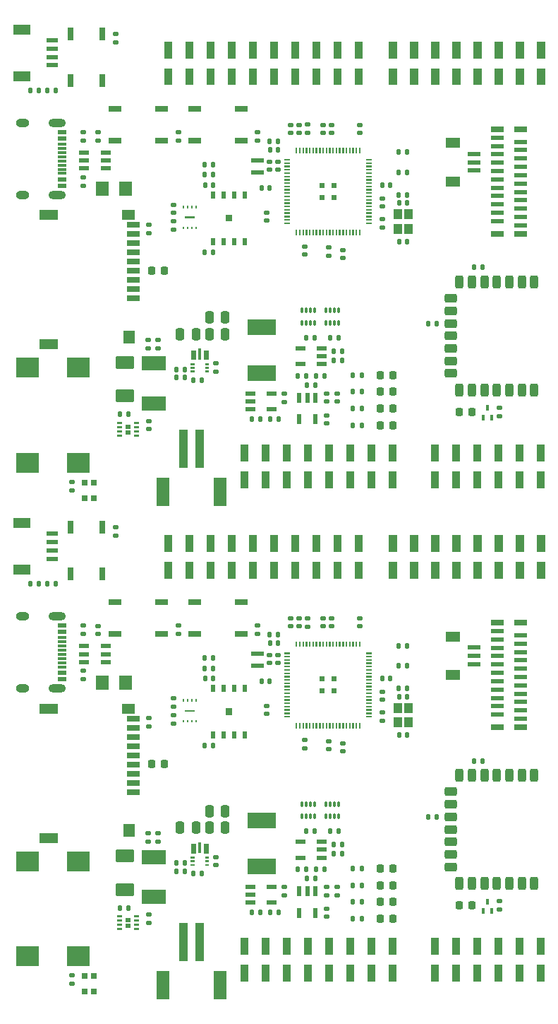
<source format=gtp>
%TF.GenerationSoftware,KiCad,Pcbnew,8.0.6*%
%TF.CreationDate,2024-12-20T13:40:34-07:00*%
%TF.ProjectId,SparkFun_IoT_RedBoard-RP2350_panelized,53706172-6b46-4756-9e5f-496f545f5265,v01*%
%TF.SameCoordinates,Original*%
%TF.FileFunction,Paste,Top*%
%TF.FilePolarity,Positive*%
%FSLAX46Y46*%
G04 Gerber Fmt 4.6, Leading zero omitted, Abs format (unit mm)*
G04 Created by KiCad (PCBNEW 8.0.6) date 2024-12-20 13:40:34*
%MOMM*%
%LPD*%
G01*
G04 APERTURE LIST*
G04 Aperture macros list*
%AMRoundRect*
0 Rectangle with rounded corners*
0 $1 Rounding radius*
0 $2 $3 $4 $5 $6 $7 $8 $9 X,Y pos of 4 corners*
0 Add a 4 corners polygon primitive as box body*
4,1,4,$2,$3,$4,$5,$6,$7,$8,$9,$2,$3,0*
0 Add four circle primitives for the rounded corners*
1,1,$1+$1,$2,$3*
1,1,$1+$1,$4,$5*
1,1,$1+$1,$6,$7*
1,1,$1+$1,$8,$9*
0 Add four rect primitives between the rounded corners*
20,1,$1+$1,$2,$3,$4,$5,0*
20,1,$1+$1,$4,$5,$6,$7,0*
20,1,$1+$1,$6,$7,$8,$9,0*
20,1,$1+$1,$8,$9,$2,$3,0*%
G04 Aperture macros list end*
%ADD10C,0.000000*%
%ADD11RoundRect,0.135000X-0.135000X-0.185000X0.135000X-0.185000X0.135000X0.185000X-0.135000X0.185000X0*%
%ADD12RoundRect,0.140000X0.170000X-0.140000X0.170000X0.140000X-0.170000X0.140000X-0.170000X-0.140000X0*%
%ADD13RoundRect,0.135000X0.135000X0.185000X-0.135000X0.185000X-0.135000X-0.185000X0.135000X-0.185000X0*%
%ADD14R,1.000000X0.300000*%
%ADD15R,1.000000X0.600000*%
%ADD16O,1.600000X1.000000*%
%ADD17O,2.100000X1.000000*%
%ADD18RoundRect,0.135000X-0.185000X0.135000X-0.185000X-0.135000X0.185000X-0.135000X0.185000X0.135000X0*%
%ADD19R,0.762000X1.524000*%
%ADD20RoundRect,0.135000X0.185000X-0.135000X0.185000X0.135000X-0.185000X0.135000X-0.185000X-0.135000X0*%
%ADD21RoundRect,0.140000X-0.140000X-0.170000X0.140000X-0.170000X0.140000X0.170000X-0.140000X0.170000X0*%
%ADD22R,2.800000X2.400000*%
%ADD23RoundRect,0.140000X0.140000X0.170000X-0.140000X0.170000X-0.140000X-0.170000X0.140000X-0.170000X0*%
%ADD24R,1.500000X0.600000*%
%ADD25R,1.500000X0.800000*%
%ADD26R,1.200000X0.550000*%
%ADD27RoundRect,0.140000X-0.170000X0.140000X-0.170000X-0.140000X0.170000X-0.140000X0.170000X0.140000X0*%
%ADD28RoundRect,0.218750X0.218750X0.256250X-0.218750X0.256250X-0.218750X-0.256250X0.218750X-0.256250X0*%
%ADD29RoundRect,0.200000X-0.300000X-0.550000X0.300000X-0.550000X0.300000X0.550000X-0.300000X0.550000X0*%
%ADD30RoundRect,0.200000X-0.550000X0.300000X-0.550000X-0.300000X0.550000X-0.300000X0.550000X0.300000X0*%
%ADD31RoundRect,0.250000X0.250000X0.475000X-0.250000X0.475000X-0.250000X-0.475000X0.250000X-0.475000X0*%
%ADD32RoundRect,0.050000X-0.100000X0.285000X-0.100000X-0.285000X0.100000X-0.285000X0.100000X0.285000X0*%
%ADD33R,1.000000X4.600000*%
%ADD34R,1.600000X3.400000*%
%ADD35R,0.550000X1.200000*%
%ADD36R,1.600000X0.550000*%
%ADD37R,0.700000X0.700000*%
%ADD38R,1.350000X0.600000*%
%ADD39R,2.000000X1.200000*%
%ADD40RoundRect,0.218750X-0.218750X-0.256250X0.218750X-0.256250X0.218750X0.256250X-0.218750X0.256250X0*%
%ADD41R,1.524000X0.762000*%
%ADD42RoundRect,0.208333X0.891667X-0.541667X0.891667X0.541667X-0.891667X0.541667X-0.891667X-0.541667X0*%
%ADD43R,1.000000X1.200000*%
%ADD44RoundRect,0.225000X0.225000X0.250000X-0.225000X0.250000X-0.225000X-0.250000X0.225000X-0.250000X0*%
%ADD45R,1.600000X1.800000*%
%ADD46R,1.600000X0.700000*%
%ADD47R,1.600000X1.200000*%
%ADD48R,2.200000X1.200000*%
%ADD49R,1.400000X1.600000*%
%ADD50R,0.500000X0.850000*%
%ADD51RoundRect,0.250000X-0.250000X-0.475000X0.250000X-0.475000X0.250000X0.475000X-0.250000X0.475000X0*%
%ADD52R,3.500000X1.850000*%
%ADD53RoundRect,0.225000X-0.225000X-0.250000X0.225000X-0.250000X0.225000X0.250000X-0.225000X0.250000X0*%
%ADD54R,0.460000X0.650000*%
%ADD55R,2.895600X1.676400*%
%ADD56R,1.550000X0.600000*%
%ADD57R,1.800000X1.200000*%
G04 APERTURE END LIST*
%TO.C,J9*%
G36*
X45255400Y113060000D02*
G01*
X46255400Y113060000D01*
X46255400Y115060000D01*
X45255400Y115060000D01*
X45255400Y113060000D01*
G37*
G36*
X45255400Y109860000D02*
G01*
X46255400Y109860000D01*
X46255400Y111860000D01*
X45255400Y111860000D01*
X45255400Y109860000D01*
G37*
G36*
X47795400Y113060000D02*
G01*
X48795400Y113060000D01*
X48795400Y115060000D01*
X47795400Y115060000D01*
X47795400Y113060000D01*
G37*
G36*
X47795400Y109860000D02*
G01*
X48795400Y109860000D01*
X48795400Y111860000D01*
X47795400Y111860000D01*
X47795400Y109860000D01*
G37*
G36*
X50335400Y113060000D02*
G01*
X51335400Y113060000D01*
X51335400Y115060000D01*
X50335400Y115060000D01*
X50335400Y113060000D01*
G37*
G36*
X50335400Y109860000D02*
G01*
X51335400Y109860000D01*
X51335400Y111860000D01*
X50335400Y111860000D01*
X50335400Y109860000D01*
G37*
G36*
X52875400Y113060000D02*
G01*
X53875400Y113060000D01*
X53875400Y115060000D01*
X52875400Y115060000D01*
X52875400Y113060000D01*
G37*
G36*
X52875400Y109860000D02*
G01*
X53875400Y109860000D01*
X53875400Y111860000D01*
X52875400Y111860000D01*
X52875400Y109860000D01*
G37*
G36*
X55415400Y113060000D02*
G01*
X56415400Y113060000D01*
X56415400Y115060000D01*
X55415400Y115060000D01*
X55415400Y113060000D01*
G37*
G36*
X55415400Y109860000D02*
G01*
X56415400Y109860000D01*
X56415400Y111860000D01*
X55415400Y111860000D01*
X55415400Y109860000D01*
G37*
G36*
X57955400Y113060000D02*
G01*
X58955400Y113060000D01*
X58955400Y115060000D01*
X57955400Y115060000D01*
X57955400Y113060000D01*
G37*
G36*
X57955400Y109860000D02*
G01*
X58955400Y109860000D01*
X58955400Y111860000D01*
X57955400Y111860000D01*
X57955400Y109860000D01*
G37*
G36*
X60495400Y113060000D02*
G01*
X61495400Y113060000D01*
X61495400Y115060000D01*
X60495400Y115060000D01*
X60495400Y113060000D01*
G37*
G36*
X60495400Y109860000D02*
G01*
X61495400Y109860000D01*
X61495400Y111860000D01*
X60495400Y111860000D01*
X60495400Y109860000D01*
G37*
G36*
X63035400Y113060000D02*
G01*
X64035400Y113060000D01*
X64035400Y115060000D01*
X63035400Y115060000D01*
X63035400Y113060000D01*
G37*
G36*
X63035400Y109860000D02*
G01*
X64035400Y109860000D01*
X64035400Y111860000D01*
X63035400Y111860000D01*
X63035400Y109860000D01*
G37*
%TO.C,U5*%
G36*
X21520000Y76560000D02*
G01*
X21970000Y76560000D01*
X21970000Y76330000D01*
X21520000Y76330000D01*
X21520000Y76560000D01*
G37*
G36*
X21520000Y76110000D02*
G01*
X21970000Y76110000D01*
X21970000Y75880000D01*
X21520000Y75880000D01*
X21520000Y76110000D01*
G37*
G36*
X21520000Y75660000D02*
G01*
X21970000Y75660000D01*
X21970000Y75430000D01*
X21520000Y75430000D01*
X21520000Y75660000D01*
G37*
G36*
X21550000Y78060000D02*
G01*
X22150000Y78060000D01*
X22150000Y76930000D01*
X21550000Y76930000D01*
X21550000Y78060000D01*
G37*
G36*
X22450000Y78300000D02*
G01*
X22750000Y78300000D01*
X22750000Y77000000D01*
X22450000Y77000000D01*
X22450000Y78300000D01*
G37*
G36*
X23050000Y78060000D02*
G01*
X23650000Y78060000D01*
X23650000Y76930000D01*
X23050000Y76930000D01*
X23050000Y78060000D01*
G37*
G36*
X23230000Y76560000D02*
G01*
X23680000Y76560000D01*
X23680000Y76330000D01*
X23230000Y76330000D01*
X23230000Y76560000D01*
G37*
G36*
X23230000Y76110000D02*
G01*
X23680000Y76110000D01*
X23680000Y75880000D01*
X23230000Y75880000D01*
X23230000Y76110000D01*
G37*
G36*
X23230000Y75660000D02*
G01*
X23680000Y75660000D01*
X23680000Y75430000D01*
X23230000Y75430000D01*
X23230000Y75660000D01*
G37*
%TO.C,J8*%
G36*
X18306000Y113060000D02*
G01*
X19306000Y113060000D01*
X19306000Y115060000D01*
X18306000Y115060000D01*
X18306000Y113060000D01*
G37*
G36*
X18306000Y109860000D02*
G01*
X19306000Y109860000D01*
X19306000Y111860000D01*
X18306000Y111860000D01*
X18306000Y109860000D01*
G37*
G36*
X20846000Y113060000D02*
G01*
X21846000Y113060000D01*
X21846000Y115060000D01*
X20846000Y115060000D01*
X20846000Y113060000D01*
G37*
G36*
X20846000Y109860000D02*
G01*
X21846000Y109860000D01*
X21846000Y111860000D01*
X20846000Y111860000D01*
X20846000Y109860000D01*
G37*
G36*
X23386000Y113060000D02*
G01*
X24386000Y113060000D01*
X24386000Y115060000D01*
X23386000Y115060000D01*
X23386000Y113060000D01*
G37*
G36*
X23386000Y109860000D02*
G01*
X24386000Y109860000D01*
X24386000Y111860000D01*
X23386000Y111860000D01*
X23386000Y109860000D01*
G37*
G36*
X25926000Y113060000D02*
G01*
X26926000Y113060000D01*
X26926000Y115060000D01*
X25926000Y115060000D01*
X25926000Y113060000D01*
G37*
G36*
X25926000Y109860000D02*
G01*
X26926000Y109860000D01*
X26926000Y111860000D01*
X25926000Y111860000D01*
X25926000Y109860000D01*
G37*
G36*
X28466000Y113060000D02*
G01*
X29466000Y113060000D01*
X29466000Y115060000D01*
X28466000Y115060000D01*
X28466000Y113060000D01*
G37*
G36*
X28466000Y109860000D02*
G01*
X29466000Y109860000D01*
X29466000Y111860000D01*
X28466000Y111860000D01*
X28466000Y109860000D01*
G37*
G36*
X31006000Y113060000D02*
G01*
X32006000Y113060000D01*
X32006000Y115060000D01*
X31006000Y115060000D01*
X31006000Y113060000D01*
G37*
G36*
X31006000Y109860000D02*
G01*
X32006000Y109860000D01*
X32006000Y111860000D01*
X31006000Y111860000D01*
X31006000Y109860000D01*
G37*
G36*
X33546000Y113060000D02*
G01*
X34546000Y113060000D01*
X34546000Y115060000D01*
X33546000Y115060000D01*
X33546000Y113060000D01*
G37*
G36*
X33546000Y109860000D02*
G01*
X34546000Y109860000D01*
X34546000Y111860000D01*
X33546000Y111860000D01*
X33546000Y109860000D01*
G37*
G36*
X36086000Y113060000D02*
G01*
X37086000Y113060000D01*
X37086000Y115060000D01*
X36086000Y115060000D01*
X36086000Y113060000D01*
G37*
G36*
X36086000Y109860000D02*
G01*
X37086000Y109860000D01*
X37086000Y111860000D01*
X36086000Y111860000D01*
X36086000Y109860000D01*
G37*
G36*
X38626000Y113060000D02*
G01*
X39626000Y113060000D01*
X39626000Y115060000D01*
X38626000Y115060000D01*
X38626000Y113060000D01*
G37*
G36*
X38626000Y109860000D02*
G01*
X39626000Y109860000D01*
X39626000Y111860000D01*
X38626000Y111860000D01*
X38626000Y109860000D01*
G37*
G36*
X41166000Y113060000D02*
G01*
X42166000Y113060000D01*
X42166000Y115060000D01*
X41166000Y115060000D01*
X41166000Y113060000D01*
G37*
G36*
X41166000Y109860000D02*
G01*
X42166000Y109860000D01*
X42166000Y111860000D01*
X41166000Y111860000D01*
X41166000Y109860000D01*
G37*
%TO.C,U1*%
G36*
X32775000Y100820000D02*
G01*
X33425000Y100820000D01*
X33425000Y101020000D01*
X32775000Y101020000D01*
X32775000Y100820000D01*
G37*
G36*
X32775000Y100420000D02*
G01*
X33425000Y100420000D01*
X33425000Y100620000D01*
X32775000Y100620000D01*
X32775000Y100420000D01*
G37*
G36*
X32775000Y100020000D02*
G01*
X33425000Y100020000D01*
X33425000Y100220000D01*
X32775000Y100220000D01*
X32775000Y100020000D01*
G37*
G36*
X32775000Y99620000D02*
G01*
X33425000Y99620000D01*
X33425000Y99820000D01*
X32775000Y99820000D01*
X32775000Y99620000D01*
G37*
G36*
X32775000Y99220000D02*
G01*
X33425000Y99220000D01*
X33425000Y99420000D01*
X32775000Y99420000D01*
X32775000Y99220000D01*
G37*
G36*
X32775000Y98820000D02*
G01*
X33425000Y98820000D01*
X33425000Y99020000D01*
X32775000Y99020000D01*
X32775000Y98820000D01*
G37*
G36*
X32775000Y98420000D02*
G01*
X33425000Y98420000D01*
X33425000Y98620000D01*
X32775000Y98620000D01*
X32775000Y98420000D01*
G37*
G36*
X32775000Y98020000D02*
G01*
X33425000Y98020000D01*
X33425000Y98220000D01*
X32775000Y98220000D01*
X32775000Y98020000D01*
G37*
G36*
X32775000Y97620000D02*
G01*
X33425000Y97620000D01*
X33425000Y97820000D01*
X32775000Y97820000D01*
X32775000Y97620000D01*
G37*
G36*
X32775000Y97220000D02*
G01*
X33425000Y97220000D01*
X33425000Y97420000D01*
X32775000Y97420000D01*
X32775000Y97220000D01*
G37*
G36*
X32775000Y96820000D02*
G01*
X33425000Y96820000D01*
X33425000Y97020000D01*
X32775000Y97020000D01*
X32775000Y96820000D01*
G37*
G36*
X32775000Y96420000D02*
G01*
X33425000Y96420000D01*
X33425000Y96620000D01*
X32775000Y96620000D01*
X32775000Y96420000D01*
G37*
G36*
X32775000Y96020000D02*
G01*
X33425000Y96020000D01*
X33425000Y96220000D01*
X32775000Y96220000D01*
X32775000Y96020000D01*
G37*
G36*
X32775000Y95620000D02*
G01*
X33425000Y95620000D01*
X33425000Y95820000D01*
X32775000Y95820000D01*
X32775000Y95620000D01*
G37*
G36*
X32775000Y95220000D02*
G01*
X33425000Y95220000D01*
X33425000Y95420000D01*
X32775000Y95420000D01*
X32775000Y95220000D01*
G37*
G36*
X32775000Y94820000D02*
G01*
X33425000Y94820000D01*
X33425000Y95020000D01*
X32775000Y95020000D01*
X32775000Y94820000D01*
G37*
G36*
X32775000Y94420000D02*
G01*
X33425000Y94420000D01*
X33425000Y94620000D01*
X32775000Y94620000D01*
X32775000Y94420000D01*
G37*
G36*
X32775000Y94020000D02*
G01*
X33425000Y94020000D01*
X33425000Y94220000D01*
X32775000Y94220000D01*
X32775000Y94020000D01*
G37*
G36*
X32775000Y93620000D02*
G01*
X33425000Y93620000D01*
X33425000Y93820000D01*
X32775000Y93820000D01*
X32775000Y93620000D01*
G37*
G36*
X32775000Y93220000D02*
G01*
X33425000Y93220000D01*
X33425000Y93420000D01*
X32775000Y93420000D01*
X32775000Y93220000D01*
G37*
G36*
X42600000Y100820000D02*
G01*
X43250000Y100820000D01*
X43250000Y101020000D01*
X42600000Y101020000D01*
X42600000Y100820000D01*
G37*
G36*
X42600000Y100420000D02*
G01*
X43250000Y100420000D01*
X43250000Y100620000D01*
X42600000Y100620000D01*
X42600000Y100420000D01*
G37*
G36*
X42600000Y100020000D02*
G01*
X43250000Y100020000D01*
X43250000Y100220000D01*
X42600000Y100220000D01*
X42600000Y100020000D01*
G37*
G36*
X42600000Y99620000D02*
G01*
X43250000Y99620000D01*
X43250000Y99820000D01*
X42600000Y99820000D01*
X42600000Y99620000D01*
G37*
G36*
X42600000Y99220000D02*
G01*
X43250000Y99220000D01*
X43250000Y99420000D01*
X42600000Y99420000D01*
X42600000Y99220000D01*
G37*
G36*
X42600000Y98820000D02*
G01*
X43250000Y98820000D01*
X43250000Y99020000D01*
X42600000Y99020000D01*
X42600000Y98820000D01*
G37*
G36*
X42600000Y98420000D02*
G01*
X43250000Y98420000D01*
X43250000Y98620000D01*
X42600000Y98620000D01*
X42600000Y98420000D01*
G37*
G36*
X42600000Y98020000D02*
G01*
X43250000Y98020000D01*
X43250000Y98220000D01*
X42600000Y98220000D01*
X42600000Y98020000D01*
G37*
G36*
X42600000Y97620000D02*
G01*
X43250000Y97620000D01*
X43250000Y97820000D01*
X42600000Y97820000D01*
X42600000Y97620000D01*
G37*
G36*
X42600000Y97220000D02*
G01*
X43250000Y97220000D01*
X43250000Y97420000D01*
X42600000Y97420000D01*
X42600000Y97220000D01*
G37*
G36*
X42600000Y96820000D02*
G01*
X43250000Y96820000D01*
X43250000Y97020000D01*
X42600000Y97020000D01*
X42600000Y96820000D01*
G37*
G36*
X42600000Y96420000D02*
G01*
X43250000Y96420000D01*
X43250000Y96620000D01*
X42600000Y96620000D01*
X42600000Y96420000D01*
G37*
G36*
X42600000Y96020000D02*
G01*
X43250000Y96020000D01*
X43250000Y96220000D01*
X42600000Y96220000D01*
X42600000Y96020000D01*
G37*
G36*
X42600000Y95620000D02*
G01*
X43250000Y95620000D01*
X43250000Y95820000D01*
X42600000Y95820000D01*
X42600000Y95620000D01*
G37*
G36*
X42600000Y95220000D02*
G01*
X43250000Y95220000D01*
X43250000Y95420000D01*
X42600000Y95420000D01*
X42600000Y95220000D01*
G37*
G36*
X42600000Y94820000D02*
G01*
X43250000Y94820000D01*
X43250000Y95020000D01*
X42600000Y95020000D01*
X42600000Y94820000D01*
G37*
G36*
X42600000Y94420000D02*
G01*
X43250000Y94420000D01*
X43250000Y94620000D01*
X42600000Y94620000D01*
X42600000Y94420000D01*
G37*
G36*
X42600000Y94020000D02*
G01*
X43250000Y94020000D01*
X43250000Y94220000D01*
X42600000Y94220000D01*
X42600000Y94020000D01*
G37*
G36*
X42600000Y93620000D02*
G01*
X43250000Y93620000D01*
X43250000Y93820000D01*
X42600000Y93820000D01*
X42600000Y93620000D01*
G37*
G36*
X42600000Y93220000D02*
G01*
X43250000Y93220000D01*
X43250000Y93420000D01*
X42600000Y93420000D01*
X42600000Y93220000D01*
G37*
D10*
G36*
X34300000Y101695000D02*
G01*
X34100000Y101695000D01*
X34100000Y102345000D01*
X34300000Y102345000D01*
X34300000Y101695000D01*
G37*
G36*
X34300000Y91895000D02*
G01*
X34100000Y91895000D01*
X34100000Y92545000D01*
X34300000Y92545000D01*
X34300000Y91895000D01*
G37*
G36*
X34700000Y101695000D02*
G01*
X34500000Y101695000D01*
X34500000Y102345000D01*
X34700000Y102345000D01*
X34700000Y101695000D01*
G37*
G36*
X34700000Y91895000D02*
G01*
X34500000Y91895000D01*
X34500000Y92545000D01*
X34700000Y92545000D01*
X34700000Y91895000D01*
G37*
G36*
X35100000Y101695000D02*
G01*
X34900000Y101695000D01*
X34900000Y102345000D01*
X35100000Y102345000D01*
X35100000Y101695000D01*
G37*
G36*
X35100000Y91895000D02*
G01*
X34900000Y91895000D01*
X34900000Y92545000D01*
X35100000Y92545000D01*
X35100000Y91895000D01*
G37*
G36*
X35500000Y101695000D02*
G01*
X35300000Y101695000D01*
X35300000Y102345000D01*
X35500000Y102345000D01*
X35500000Y101695000D01*
G37*
G36*
X35500000Y91895000D02*
G01*
X35300000Y91895000D01*
X35300000Y92545000D01*
X35500000Y92545000D01*
X35500000Y91895000D01*
G37*
G36*
X35900000Y101695000D02*
G01*
X35700000Y101695000D01*
X35700000Y102345000D01*
X35900000Y102345000D01*
X35900000Y101695000D01*
G37*
G36*
X35900000Y91895000D02*
G01*
X35700000Y91895000D01*
X35700000Y92545000D01*
X35900000Y92545000D01*
X35900000Y91895000D01*
G37*
G36*
X36300000Y101695000D02*
G01*
X36100000Y101695000D01*
X36100000Y102345000D01*
X36300000Y102345000D01*
X36300000Y101695000D01*
G37*
G36*
X36300000Y91895000D02*
G01*
X36100000Y91895000D01*
X36100000Y92545000D01*
X36300000Y92545000D01*
X36300000Y91895000D01*
G37*
G36*
X36700000Y101695000D02*
G01*
X36500000Y101695000D01*
X36500000Y102345000D01*
X36700000Y102345000D01*
X36700000Y101695000D01*
G37*
G36*
X36700000Y91895000D02*
G01*
X36500000Y91895000D01*
X36500000Y92545000D01*
X36700000Y92545000D01*
X36700000Y91895000D01*
G37*
G36*
X37100000Y101695000D02*
G01*
X36900000Y101695000D01*
X36900000Y102345000D01*
X37100000Y102345000D01*
X37100000Y101695000D01*
G37*
G36*
X37100000Y91895000D02*
G01*
X36900000Y91895000D01*
X36900000Y92545000D01*
X37100000Y92545000D01*
X37100000Y91895000D01*
G37*
G36*
X37500000Y101695000D02*
G01*
X37300000Y101695000D01*
X37300000Y102345000D01*
X37500000Y102345000D01*
X37500000Y101695000D01*
G37*
G36*
X37500000Y91895000D02*
G01*
X37300000Y91895000D01*
X37300000Y92545000D01*
X37500000Y92545000D01*
X37500000Y91895000D01*
G37*
G36*
X37600000Y97520000D02*
G01*
X37000000Y97520000D01*
X37000000Y98120000D01*
X37600000Y98120000D01*
X37600000Y97520000D01*
G37*
G36*
X37600000Y96120000D02*
G01*
X37000000Y96120000D01*
X37000000Y96720000D01*
X37600000Y96720000D01*
X37600000Y96120000D01*
G37*
G36*
X37900000Y101695000D02*
G01*
X37700000Y101695000D01*
X37700000Y102345000D01*
X37900000Y102345000D01*
X37900000Y101695000D01*
G37*
G36*
X37900000Y91895000D02*
G01*
X37700000Y91895000D01*
X37700000Y92545000D01*
X37900000Y92545000D01*
X37900000Y91895000D01*
G37*
G36*
X38300000Y101695000D02*
G01*
X38100000Y101695000D01*
X38100000Y102345000D01*
X38300000Y102345000D01*
X38300000Y101695000D01*
G37*
G36*
X38300000Y91895000D02*
G01*
X38100000Y91895000D01*
X38100000Y92545000D01*
X38300000Y92545000D01*
X38300000Y91895000D01*
G37*
G36*
X38700000Y101695000D02*
G01*
X38500000Y101695000D01*
X38500000Y102345000D01*
X38700000Y102345000D01*
X38700000Y101695000D01*
G37*
G36*
X38700000Y91895000D02*
G01*
X38500000Y91895000D01*
X38500000Y92545000D01*
X38700000Y92545000D01*
X38700000Y91895000D01*
G37*
G36*
X39000000Y97520000D02*
G01*
X38400000Y97520000D01*
X38400000Y98120000D01*
X39000000Y98120000D01*
X39000000Y97520000D01*
G37*
G36*
X39000000Y96120000D02*
G01*
X38400000Y96120000D01*
X38400000Y96720000D01*
X39000000Y96720000D01*
X39000000Y96120000D01*
G37*
G36*
X39100000Y101695000D02*
G01*
X38900000Y101695000D01*
X38900000Y102345000D01*
X39100000Y102345000D01*
X39100000Y101695000D01*
G37*
G36*
X39100000Y91895000D02*
G01*
X38900000Y91895000D01*
X38900000Y92545000D01*
X39100000Y92545000D01*
X39100000Y91895000D01*
G37*
G36*
X39500000Y101695000D02*
G01*
X39300000Y101695000D01*
X39300000Y102345000D01*
X39500000Y102345000D01*
X39500000Y101695000D01*
G37*
G36*
X39500000Y91895000D02*
G01*
X39300000Y91895000D01*
X39300000Y92545000D01*
X39500000Y92545000D01*
X39500000Y91895000D01*
G37*
G36*
X39900000Y101695000D02*
G01*
X39700000Y101695000D01*
X39700000Y102345000D01*
X39900000Y102345000D01*
X39900000Y101695000D01*
G37*
G36*
X39900000Y91895000D02*
G01*
X39700000Y91895000D01*
X39700000Y92545000D01*
X39900000Y92545000D01*
X39900000Y91895000D01*
G37*
G36*
X40300000Y101695000D02*
G01*
X40100000Y101695000D01*
X40100000Y102345000D01*
X40300000Y102345000D01*
X40300000Y101695000D01*
G37*
G36*
X40300000Y91895000D02*
G01*
X40100000Y91895000D01*
X40100000Y92545000D01*
X40300000Y92545000D01*
X40300000Y91895000D01*
G37*
G36*
X40700000Y101695000D02*
G01*
X40500000Y101695000D01*
X40500000Y102345000D01*
X40700000Y102345000D01*
X40700000Y101695000D01*
G37*
G36*
X40700000Y91895000D02*
G01*
X40500000Y91895000D01*
X40500000Y92545000D01*
X40700000Y92545000D01*
X40700000Y91895000D01*
G37*
G36*
X41100000Y101695000D02*
G01*
X40900000Y101695000D01*
X40900000Y102345000D01*
X41100000Y102345000D01*
X41100000Y101695000D01*
G37*
G36*
X41100000Y91895000D02*
G01*
X40900000Y91895000D01*
X40900000Y92545000D01*
X41100000Y92545000D01*
X41100000Y91895000D01*
G37*
G36*
X41500000Y101695000D02*
G01*
X41300000Y101695000D01*
X41300000Y102345000D01*
X41500000Y102345000D01*
X41500000Y101695000D01*
G37*
G36*
X41500000Y91895000D02*
G01*
X41300000Y91895000D01*
X41300000Y92545000D01*
X41500000Y92545000D01*
X41500000Y91895000D01*
G37*
G36*
X41900000Y101695000D02*
G01*
X41700000Y101695000D01*
X41700000Y102345000D01*
X41900000Y102345000D01*
X41900000Y101695000D01*
G37*
G36*
X41900000Y91895000D02*
G01*
X41700000Y91895000D01*
X41700000Y92545000D01*
X41900000Y92545000D01*
X41900000Y91895000D01*
G37*
%TO.C,U3*%
G36*
X26500000Y93520000D02*
G01*
X25700000Y93520000D01*
X25700000Y94320000D01*
X26500000Y94320000D01*
X26500000Y93520000D01*
G37*
%TO.C,J2*%
G36*
X50310000Y64790000D02*
G01*
X51310000Y64790000D01*
X51310000Y66790000D01*
X50310000Y66790000D01*
X50310000Y64790000D01*
G37*
G36*
X50310000Y61590000D02*
G01*
X51310000Y61590000D01*
X51310000Y63590000D01*
X50310000Y63590000D01*
X50310000Y61590000D01*
G37*
G36*
X52850000Y64790000D02*
G01*
X53850000Y64790000D01*
X53850000Y66790000D01*
X52850000Y66790000D01*
X52850000Y64790000D01*
G37*
G36*
X52850000Y61590000D02*
G01*
X53850000Y61590000D01*
X53850000Y63590000D01*
X52850000Y63590000D01*
X52850000Y61590000D01*
G37*
G36*
X55390000Y64790000D02*
G01*
X56390000Y64790000D01*
X56390000Y66790000D01*
X55390000Y66790000D01*
X55390000Y64790000D01*
G37*
G36*
X55390000Y61590000D02*
G01*
X56390000Y61590000D01*
X56390000Y63590000D01*
X55390000Y63590000D01*
X55390000Y61590000D01*
G37*
G36*
X57930000Y64790000D02*
G01*
X58930000Y64790000D01*
X58930000Y66790000D01*
X57930000Y66790000D01*
X57930000Y64790000D01*
G37*
G36*
X57930000Y61590000D02*
G01*
X58930000Y61590000D01*
X58930000Y63590000D01*
X57930000Y63590000D01*
X57930000Y61590000D01*
G37*
G36*
X60470000Y64790000D02*
G01*
X61470000Y64790000D01*
X61470000Y66790000D01*
X60470000Y66790000D01*
X60470000Y64790000D01*
G37*
G36*
X60470000Y61590000D02*
G01*
X61470000Y61590000D01*
X61470000Y63590000D01*
X60470000Y63590000D01*
X60470000Y61590000D01*
G37*
G36*
X63010000Y64790000D02*
G01*
X64010000Y64790000D01*
X64010000Y66790000D01*
X63010000Y66790000D01*
X63010000Y64790000D01*
G37*
G36*
X63010000Y61590000D02*
G01*
X64010000Y61590000D01*
X64010000Y63590000D01*
X63010000Y63590000D01*
X63010000Y61590000D01*
G37*
%TO.C,U8*%
G36*
X13300000Y69245000D02*
G01*
X12662500Y69245000D01*
X12662500Y69495000D01*
X13300000Y69495000D01*
X13300000Y69245000D01*
G37*
G36*
X13300000Y68745000D02*
G01*
X12662500Y68745000D01*
X12662500Y68995000D01*
X13300000Y68995000D01*
X13300000Y68745000D01*
G37*
G36*
X13300000Y68245000D02*
G01*
X12662500Y68245000D01*
X12662500Y68495000D01*
X13300000Y68495000D01*
X13300000Y68245000D01*
G37*
G36*
X13300000Y67745000D02*
G01*
X12662500Y67745000D01*
X12662500Y67995000D01*
X13300000Y67995000D01*
X13300000Y67745000D01*
G37*
G36*
X14320000Y68710000D02*
G01*
X13680000Y68710000D01*
X13680000Y69210000D01*
X14320000Y69210000D01*
X14320000Y68710000D01*
G37*
G36*
X14320000Y68030000D02*
G01*
X13680000Y68030000D01*
X13680000Y68530000D01*
X14320000Y68530000D01*
X14320000Y68030000D01*
G37*
G36*
X15337500Y69245000D02*
G01*
X14700000Y69245000D01*
X14700000Y69495000D01*
X15337500Y69495000D01*
X15337500Y69245000D01*
G37*
G36*
X15337500Y68745000D02*
G01*
X14700000Y68745000D01*
X14700000Y68995000D01*
X15337500Y68995000D01*
X15337500Y68745000D01*
G37*
G36*
X15337500Y68245000D02*
G01*
X14700000Y68245000D01*
X14700000Y68495000D01*
X15337500Y68495000D01*
X15337500Y68245000D01*
G37*
G36*
X15337500Y67745000D02*
G01*
X14700000Y67745000D01*
X14700000Y67995000D01*
X15337500Y67995000D01*
X15337500Y67745000D01*
G37*
%TO.C,J1*%
G36*
X27450000Y64790000D02*
G01*
X28450000Y64790000D01*
X28450000Y66790000D01*
X27450000Y66790000D01*
X27450000Y64790000D01*
G37*
G36*
X27450000Y61590000D02*
G01*
X28450000Y61590000D01*
X28450000Y63590000D01*
X27450000Y63590000D01*
X27450000Y61590000D01*
G37*
G36*
X29990000Y64790000D02*
G01*
X30990000Y64790000D01*
X30990000Y66790000D01*
X29990000Y66790000D01*
X29990000Y64790000D01*
G37*
G36*
X29990000Y61590000D02*
G01*
X30990000Y61590000D01*
X30990000Y63590000D01*
X29990000Y63590000D01*
X29990000Y61590000D01*
G37*
G36*
X32530000Y64790000D02*
G01*
X33530000Y64790000D01*
X33530000Y66790000D01*
X32530000Y66790000D01*
X32530000Y64790000D01*
G37*
G36*
X32530000Y61590000D02*
G01*
X33530000Y61590000D01*
X33530000Y63590000D01*
X32530000Y63590000D01*
X32530000Y61590000D01*
G37*
G36*
X35070000Y64790000D02*
G01*
X36070000Y64790000D01*
X36070000Y66790000D01*
X35070000Y66790000D01*
X35070000Y64790000D01*
G37*
G36*
X35070000Y61590000D02*
G01*
X36070000Y61590000D01*
X36070000Y63590000D01*
X35070000Y63590000D01*
X35070000Y61590000D01*
G37*
G36*
X37610000Y64790000D02*
G01*
X38610000Y64790000D01*
X38610000Y66790000D01*
X37610000Y66790000D01*
X37610000Y64790000D01*
G37*
G36*
X37610000Y61590000D02*
G01*
X38610000Y61590000D01*
X38610000Y63590000D01*
X37610000Y63590000D01*
X37610000Y61590000D01*
G37*
G36*
X40150000Y64790000D02*
G01*
X41150000Y64790000D01*
X41150000Y66790000D01*
X40150000Y66790000D01*
X40150000Y64790000D01*
G37*
G36*
X40150000Y61590000D02*
G01*
X41150000Y61590000D01*
X41150000Y63590000D01*
X40150000Y63590000D01*
X40150000Y61590000D01*
G37*
G36*
X42690000Y64790000D02*
G01*
X43690000Y64790000D01*
X43690000Y66790000D01*
X42690000Y66790000D01*
X42690000Y64790000D01*
G37*
G36*
X42690000Y61590000D02*
G01*
X43690000Y61590000D01*
X43690000Y63590000D01*
X42690000Y63590000D01*
X42690000Y61590000D01*
G37*
G36*
X45230000Y64790000D02*
G01*
X46230000Y64790000D01*
X46230000Y66790000D01*
X45230000Y66790000D01*
X45230000Y64790000D01*
G37*
G36*
X45230000Y61590000D02*
G01*
X46230000Y61590000D01*
X46230000Y63590000D01*
X45230000Y63590000D01*
X45230000Y61590000D01*
G37*
%TO.C,U4*%
G36*
X20750000Y95120000D02*
G01*
X20550000Y95120000D01*
X20550000Y95420000D01*
X20750000Y95420000D01*
X20750000Y95120000D01*
G37*
G36*
X20750000Y92620000D02*
G01*
X20550000Y92620000D01*
X20550000Y92920000D01*
X20750000Y92920000D01*
X20750000Y92620000D01*
G37*
G36*
X21250000Y95120000D02*
G01*
X21050000Y95120000D01*
X21050000Y95420000D01*
X21250000Y95420000D01*
X21250000Y95120000D01*
G37*
G36*
X21250000Y92620000D02*
G01*
X21050000Y92620000D01*
X21050000Y92920000D01*
X21250000Y92920000D01*
X21250000Y92620000D01*
G37*
G36*
X21750000Y95120000D02*
G01*
X21550000Y95120000D01*
X21550000Y95420000D01*
X21750000Y95420000D01*
X21750000Y95120000D01*
G37*
G36*
X21750000Y92620000D02*
G01*
X21550000Y92620000D01*
X21550000Y92920000D01*
X21750000Y92920000D01*
X21750000Y92620000D01*
G37*
G36*
X22000000Y93920000D02*
G01*
X20800000Y93920000D01*
X20800000Y94120000D01*
X22000000Y94120000D01*
X22000000Y93920000D01*
G37*
G36*
X22250000Y95120000D02*
G01*
X22050000Y95120000D01*
X22050000Y95420000D01*
X22250000Y95420000D01*
X22250000Y95120000D01*
G37*
G36*
X22250000Y92620000D02*
G01*
X22050000Y92620000D01*
X22050000Y92920000D01*
X22250000Y92920000D01*
X22250000Y92620000D01*
G37*
G36*
X20750000Y36000000D02*
G01*
X20550000Y36000000D01*
X20550000Y36300000D01*
X20750000Y36300000D01*
X20750000Y36000000D01*
G37*
G36*
X20750000Y33500000D02*
G01*
X20550000Y33500000D01*
X20550000Y33800000D01*
X20750000Y33800000D01*
X20750000Y33500000D01*
G37*
G36*
X21250000Y36000000D02*
G01*
X21050000Y36000000D01*
X21050000Y36300000D01*
X21250000Y36300000D01*
X21250000Y36000000D01*
G37*
G36*
X21250000Y33500000D02*
G01*
X21050000Y33500000D01*
X21050000Y33800000D01*
X21250000Y33800000D01*
X21250000Y33500000D01*
G37*
G36*
X21750000Y36000000D02*
G01*
X21550000Y36000000D01*
X21550000Y36300000D01*
X21750000Y36300000D01*
X21750000Y36000000D01*
G37*
G36*
X21750000Y33500000D02*
G01*
X21550000Y33500000D01*
X21550000Y33800000D01*
X21750000Y33800000D01*
X21750000Y33500000D01*
G37*
G36*
X22000000Y34800000D02*
G01*
X20800000Y34800000D01*
X20800000Y35000000D01*
X22000000Y35000000D01*
X22000000Y34800000D01*
G37*
G36*
X22250000Y36000000D02*
G01*
X22050000Y36000000D01*
X22050000Y36300000D01*
X22250000Y36300000D01*
X22250000Y36000000D01*
G37*
G36*
X22250000Y33500000D02*
G01*
X22050000Y33500000D01*
X22050000Y33800000D01*
X22250000Y33800000D01*
X22250000Y33500000D01*
G37*
%TO.C,J1*%
G36*
X27450000Y5670000D02*
G01*
X28450000Y5670000D01*
X28450000Y7670000D01*
X27450000Y7670000D01*
X27450000Y5670000D01*
G37*
G36*
X27450000Y2470000D02*
G01*
X28450000Y2470000D01*
X28450000Y4470000D01*
X27450000Y4470000D01*
X27450000Y2470000D01*
G37*
G36*
X29990000Y5670000D02*
G01*
X30990000Y5670000D01*
X30990000Y7670000D01*
X29990000Y7670000D01*
X29990000Y5670000D01*
G37*
G36*
X29990000Y2470000D02*
G01*
X30990000Y2470000D01*
X30990000Y4470000D01*
X29990000Y4470000D01*
X29990000Y2470000D01*
G37*
G36*
X32530000Y5670000D02*
G01*
X33530000Y5670000D01*
X33530000Y7670000D01*
X32530000Y7670000D01*
X32530000Y5670000D01*
G37*
G36*
X32530000Y2470000D02*
G01*
X33530000Y2470000D01*
X33530000Y4470000D01*
X32530000Y4470000D01*
X32530000Y2470000D01*
G37*
G36*
X35070000Y5670000D02*
G01*
X36070000Y5670000D01*
X36070000Y7670000D01*
X35070000Y7670000D01*
X35070000Y5670000D01*
G37*
G36*
X35070000Y2470000D02*
G01*
X36070000Y2470000D01*
X36070000Y4470000D01*
X35070000Y4470000D01*
X35070000Y2470000D01*
G37*
G36*
X37610000Y5670000D02*
G01*
X38610000Y5670000D01*
X38610000Y7670000D01*
X37610000Y7670000D01*
X37610000Y5670000D01*
G37*
G36*
X37610000Y2470000D02*
G01*
X38610000Y2470000D01*
X38610000Y4470000D01*
X37610000Y4470000D01*
X37610000Y2470000D01*
G37*
G36*
X40150000Y5670000D02*
G01*
X41150000Y5670000D01*
X41150000Y7670000D01*
X40150000Y7670000D01*
X40150000Y5670000D01*
G37*
G36*
X40150000Y2470000D02*
G01*
X41150000Y2470000D01*
X41150000Y4470000D01*
X40150000Y4470000D01*
X40150000Y2470000D01*
G37*
G36*
X42690000Y5670000D02*
G01*
X43690000Y5670000D01*
X43690000Y7670000D01*
X42690000Y7670000D01*
X42690000Y5670000D01*
G37*
G36*
X42690000Y2470000D02*
G01*
X43690000Y2470000D01*
X43690000Y4470000D01*
X42690000Y4470000D01*
X42690000Y2470000D01*
G37*
G36*
X45230000Y5670000D02*
G01*
X46230000Y5670000D01*
X46230000Y7670000D01*
X45230000Y7670000D01*
X45230000Y5670000D01*
G37*
G36*
X45230000Y2470000D02*
G01*
X46230000Y2470000D01*
X46230000Y4470000D01*
X45230000Y4470000D01*
X45230000Y2470000D01*
G37*
%TO.C,U8*%
G36*
X13300000Y10125000D02*
G01*
X12662500Y10125000D01*
X12662500Y10375000D01*
X13300000Y10375000D01*
X13300000Y10125000D01*
G37*
G36*
X13300000Y9625000D02*
G01*
X12662500Y9625000D01*
X12662500Y9875000D01*
X13300000Y9875000D01*
X13300000Y9625000D01*
G37*
G36*
X13300000Y9125000D02*
G01*
X12662500Y9125000D01*
X12662500Y9375000D01*
X13300000Y9375000D01*
X13300000Y9125000D01*
G37*
G36*
X13300000Y8625000D02*
G01*
X12662500Y8625000D01*
X12662500Y8875000D01*
X13300000Y8875000D01*
X13300000Y8625000D01*
G37*
G36*
X14320000Y9590000D02*
G01*
X13680000Y9590000D01*
X13680000Y10090000D01*
X14320000Y10090000D01*
X14320000Y9590000D01*
G37*
G36*
X14320000Y8910000D02*
G01*
X13680000Y8910000D01*
X13680000Y9410000D01*
X14320000Y9410000D01*
X14320000Y8910000D01*
G37*
G36*
X15337500Y10125000D02*
G01*
X14700000Y10125000D01*
X14700000Y10375000D01*
X15337500Y10375000D01*
X15337500Y10125000D01*
G37*
G36*
X15337500Y9625000D02*
G01*
X14700000Y9625000D01*
X14700000Y9875000D01*
X15337500Y9875000D01*
X15337500Y9625000D01*
G37*
G36*
X15337500Y9125000D02*
G01*
X14700000Y9125000D01*
X14700000Y9375000D01*
X15337500Y9375000D01*
X15337500Y9125000D01*
G37*
G36*
X15337500Y8625000D02*
G01*
X14700000Y8625000D01*
X14700000Y8875000D01*
X15337500Y8875000D01*
X15337500Y8625000D01*
G37*
%TO.C,J2*%
G36*
X50310000Y5670000D02*
G01*
X51310000Y5670000D01*
X51310000Y7670000D01*
X50310000Y7670000D01*
X50310000Y5670000D01*
G37*
G36*
X50310000Y2470000D02*
G01*
X51310000Y2470000D01*
X51310000Y4470000D01*
X50310000Y4470000D01*
X50310000Y2470000D01*
G37*
G36*
X52850000Y5670000D02*
G01*
X53850000Y5670000D01*
X53850000Y7670000D01*
X52850000Y7670000D01*
X52850000Y5670000D01*
G37*
G36*
X52850000Y2470000D02*
G01*
X53850000Y2470000D01*
X53850000Y4470000D01*
X52850000Y4470000D01*
X52850000Y2470000D01*
G37*
G36*
X55390000Y5670000D02*
G01*
X56390000Y5670000D01*
X56390000Y7670000D01*
X55390000Y7670000D01*
X55390000Y5670000D01*
G37*
G36*
X55390000Y2470000D02*
G01*
X56390000Y2470000D01*
X56390000Y4470000D01*
X55390000Y4470000D01*
X55390000Y2470000D01*
G37*
G36*
X57930000Y5670000D02*
G01*
X58930000Y5670000D01*
X58930000Y7670000D01*
X57930000Y7670000D01*
X57930000Y5670000D01*
G37*
G36*
X57930000Y2470000D02*
G01*
X58930000Y2470000D01*
X58930000Y4470000D01*
X57930000Y4470000D01*
X57930000Y2470000D01*
G37*
G36*
X60470000Y5670000D02*
G01*
X61470000Y5670000D01*
X61470000Y7670000D01*
X60470000Y7670000D01*
X60470000Y5670000D01*
G37*
G36*
X60470000Y2470000D02*
G01*
X61470000Y2470000D01*
X61470000Y4470000D01*
X60470000Y4470000D01*
X60470000Y2470000D01*
G37*
G36*
X63010000Y5670000D02*
G01*
X64010000Y5670000D01*
X64010000Y7670000D01*
X63010000Y7670000D01*
X63010000Y5670000D01*
G37*
G36*
X63010000Y2470000D02*
G01*
X64010000Y2470000D01*
X64010000Y4470000D01*
X63010000Y4470000D01*
X63010000Y2470000D01*
G37*
%TO.C,U3*%
G36*
X26500000Y34400000D02*
G01*
X25700000Y34400000D01*
X25700000Y35200000D01*
X26500000Y35200000D01*
X26500000Y34400000D01*
G37*
%TO.C,U1*%
G36*
X32775000Y41700000D02*
G01*
X33425000Y41700000D01*
X33425000Y41900000D01*
X32775000Y41900000D01*
X32775000Y41700000D01*
G37*
G36*
X32775000Y41300000D02*
G01*
X33425000Y41300000D01*
X33425000Y41500000D01*
X32775000Y41500000D01*
X32775000Y41300000D01*
G37*
G36*
X32775000Y40900000D02*
G01*
X33425000Y40900000D01*
X33425000Y41100000D01*
X32775000Y41100000D01*
X32775000Y40900000D01*
G37*
G36*
X32775000Y40500000D02*
G01*
X33425000Y40500000D01*
X33425000Y40700000D01*
X32775000Y40700000D01*
X32775000Y40500000D01*
G37*
G36*
X32775000Y40100000D02*
G01*
X33425000Y40100000D01*
X33425000Y40300000D01*
X32775000Y40300000D01*
X32775000Y40100000D01*
G37*
G36*
X32775000Y39700000D02*
G01*
X33425000Y39700000D01*
X33425000Y39900000D01*
X32775000Y39900000D01*
X32775000Y39700000D01*
G37*
G36*
X32775000Y39300000D02*
G01*
X33425000Y39300000D01*
X33425000Y39500000D01*
X32775000Y39500000D01*
X32775000Y39300000D01*
G37*
G36*
X32775000Y38900000D02*
G01*
X33425000Y38900000D01*
X33425000Y39100000D01*
X32775000Y39100000D01*
X32775000Y38900000D01*
G37*
G36*
X32775000Y38500000D02*
G01*
X33425000Y38500000D01*
X33425000Y38700000D01*
X32775000Y38700000D01*
X32775000Y38500000D01*
G37*
G36*
X32775000Y38100000D02*
G01*
X33425000Y38100000D01*
X33425000Y38300000D01*
X32775000Y38300000D01*
X32775000Y38100000D01*
G37*
G36*
X32775000Y37700000D02*
G01*
X33425000Y37700000D01*
X33425000Y37900000D01*
X32775000Y37900000D01*
X32775000Y37700000D01*
G37*
G36*
X32775000Y37300000D02*
G01*
X33425000Y37300000D01*
X33425000Y37500000D01*
X32775000Y37500000D01*
X32775000Y37300000D01*
G37*
G36*
X32775000Y36900000D02*
G01*
X33425000Y36900000D01*
X33425000Y37100000D01*
X32775000Y37100000D01*
X32775000Y36900000D01*
G37*
G36*
X32775000Y36500000D02*
G01*
X33425000Y36500000D01*
X33425000Y36700000D01*
X32775000Y36700000D01*
X32775000Y36500000D01*
G37*
G36*
X32775000Y36100000D02*
G01*
X33425000Y36100000D01*
X33425000Y36300000D01*
X32775000Y36300000D01*
X32775000Y36100000D01*
G37*
G36*
X32775000Y35700000D02*
G01*
X33425000Y35700000D01*
X33425000Y35900000D01*
X32775000Y35900000D01*
X32775000Y35700000D01*
G37*
G36*
X32775000Y35300000D02*
G01*
X33425000Y35300000D01*
X33425000Y35500000D01*
X32775000Y35500000D01*
X32775000Y35300000D01*
G37*
G36*
X32775000Y34900000D02*
G01*
X33425000Y34900000D01*
X33425000Y35100000D01*
X32775000Y35100000D01*
X32775000Y34900000D01*
G37*
G36*
X32775000Y34500000D02*
G01*
X33425000Y34500000D01*
X33425000Y34700000D01*
X32775000Y34700000D01*
X32775000Y34500000D01*
G37*
G36*
X32775000Y34100000D02*
G01*
X33425000Y34100000D01*
X33425000Y34300000D01*
X32775000Y34300000D01*
X32775000Y34100000D01*
G37*
G36*
X42600000Y41700000D02*
G01*
X43250000Y41700000D01*
X43250000Y41900000D01*
X42600000Y41900000D01*
X42600000Y41700000D01*
G37*
G36*
X42600000Y41300000D02*
G01*
X43250000Y41300000D01*
X43250000Y41500000D01*
X42600000Y41500000D01*
X42600000Y41300000D01*
G37*
G36*
X42600000Y40900000D02*
G01*
X43250000Y40900000D01*
X43250000Y41100000D01*
X42600000Y41100000D01*
X42600000Y40900000D01*
G37*
G36*
X42600000Y40500000D02*
G01*
X43250000Y40500000D01*
X43250000Y40700000D01*
X42600000Y40700000D01*
X42600000Y40500000D01*
G37*
G36*
X42600000Y40100000D02*
G01*
X43250000Y40100000D01*
X43250000Y40300000D01*
X42600000Y40300000D01*
X42600000Y40100000D01*
G37*
G36*
X42600000Y39700000D02*
G01*
X43250000Y39700000D01*
X43250000Y39900000D01*
X42600000Y39900000D01*
X42600000Y39700000D01*
G37*
G36*
X42600000Y39300000D02*
G01*
X43250000Y39300000D01*
X43250000Y39500000D01*
X42600000Y39500000D01*
X42600000Y39300000D01*
G37*
G36*
X42600000Y38900000D02*
G01*
X43250000Y38900000D01*
X43250000Y39100000D01*
X42600000Y39100000D01*
X42600000Y38900000D01*
G37*
G36*
X42600000Y38500000D02*
G01*
X43250000Y38500000D01*
X43250000Y38700000D01*
X42600000Y38700000D01*
X42600000Y38500000D01*
G37*
G36*
X42600000Y38100000D02*
G01*
X43250000Y38100000D01*
X43250000Y38300000D01*
X42600000Y38300000D01*
X42600000Y38100000D01*
G37*
G36*
X42600000Y37700000D02*
G01*
X43250000Y37700000D01*
X43250000Y37900000D01*
X42600000Y37900000D01*
X42600000Y37700000D01*
G37*
G36*
X42600000Y37300000D02*
G01*
X43250000Y37300000D01*
X43250000Y37500000D01*
X42600000Y37500000D01*
X42600000Y37300000D01*
G37*
G36*
X42600000Y36900000D02*
G01*
X43250000Y36900000D01*
X43250000Y37100000D01*
X42600000Y37100000D01*
X42600000Y36900000D01*
G37*
G36*
X42600000Y36500000D02*
G01*
X43250000Y36500000D01*
X43250000Y36700000D01*
X42600000Y36700000D01*
X42600000Y36500000D01*
G37*
G36*
X42600000Y36100000D02*
G01*
X43250000Y36100000D01*
X43250000Y36300000D01*
X42600000Y36300000D01*
X42600000Y36100000D01*
G37*
G36*
X42600000Y35700000D02*
G01*
X43250000Y35700000D01*
X43250000Y35900000D01*
X42600000Y35900000D01*
X42600000Y35700000D01*
G37*
G36*
X42600000Y35300000D02*
G01*
X43250000Y35300000D01*
X43250000Y35500000D01*
X42600000Y35500000D01*
X42600000Y35300000D01*
G37*
G36*
X42600000Y34900000D02*
G01*
X43250000Y34900000D01*
X43250000Y35100000D01*
X42600000Y35100000D01*
X42600000Y34900000D01*
G37*
G36*
X42600000Y34500000D02*
G01*
X43250000Y34500000D01*
X43250000Y34700000D01*
X42600000Y34700000D01*
X42600000Y34500000D01*
G37*
G36*
X42600000Y34100000D02*
G01*
X43250000Y34100000D01*
X43250000Y34300000D01*
X42600000Y34300000D01*
X42600000Y34100000D01*
G37*
G36*
X34300000Y42575000D02*
G01*
X34100000Y42575000D01*
X34100000Y43225000D01*
X34300000Y43225000D01*
X34300000Y42575000D01*
G37*
G36*
X34300000Y32775000D02*
G01*
X34100000Y32775000D01*
X34100000Y33425000D01*
X34300000Y33425000D01*
X34300000Y32775000D01*
G37*
G36*
X34700000Y42575000D02*
G01*
X34500000Y42575000D01*
X34500000Y43225000D01*
X34700000Y43225000D01*
X34700000Y42575000D01*
G37*
G36*
X34700000Y32775000D02*
G01*
X34500000Y32775000D01*
X34500000Y33425000D01*
X34700000Y33425000D01*
X34700000Y32775000D01*
G37*
G36*
X35100000Y42575000D02*
G01*
X34900000Y42575000D01*
X34900000Y43225000D01*
X35100000Y43225000D01*
X35100000Y42575000D01*
G37*
G36*
X35100000Y32775000D02*
G01*
X34900000Y32775000D01*
X34900000Y33425000D01*
X35100000Y33425000D01*
X35100000Y32775000D01*
G37*
G36*
X35500000Y42575000D02*
G01*
X35300000Y42575000D01*
X35300000Y43225000D01*
X35500000Y43225000D01*
X35500000Y42575000D01*
G37*
G36*
X35500000Y32775000D02*
G01*
X35300000Y32775000D01*
X35300000Y33425000D01*
X35500000Y33425000D01*
X35500000Y32775000D01*
G37*
G36*
X35900000Y42575000D02*
G01*
X35700000Y42575000D01*
X35700000Y43225000D01*
X35900000Y43225000D01*
X35900000Y42575000D01*
G37*
G36*
X35900000Y32775000D02*
G01*
X35700000Y32775000D01*
X35700000Y33425000D01*
X35900000Y33425000D01*
X35900000Y32775000D01*
G37*
G36*
X36300000Y42575000D02*
G01*
X36100000Y42575000D01*
X36100000Y43225000D01*
X36300000Y43225000D01*
X36300000Y42575000D01*
G37*
G36*
X36300000Y32775000D02*
G01*
X36100000Y32775000D01*
X36100000Y33425000D01*
X36300000Y33425000D01*
X36300000Y32775000D01*
G37*
G36*
X36700000Y42575000D02*
G01*
X36500000Y42575000D01*
X36500000Y43225000D01*
X36700000Y43225000D01*
X36700000Y42575000D01*
G37*
G36*
X36700000Y32775000D02*
G01*
X36500000Y32775000D01*
X36500000Y33425000D01*
X36700000Y33425000D01*
X36700000Y32775000D01*
G37*
G36*
X37100000Y42575000D02*
G01*
X36900000Y42575000D01*
X36900000Y43225000D01*
X37100000Y43225000D01*
X37100000Y42575000D01*
G37*
G36*
X37100000Y32775000D02*
G01*
X36900000Y32775000D01*
X36900000Y33425000D01*
X37100000Y33425000D01*
X37100000Y32775000D01*
G37*
G36*
X37500000Y42575000D02*
G01*
X37300000Y42575000D01*
X37300000Y43225000D01*
X37500000Y43225000D01*
X37500000Y42575000D01*
G37*
G36*
X37500000Y32775000D02*
G01*
X37300000Y32775000D01*
X37300000Y33425000D01*
X37500000Y33425000D01*
X37500000Y32775000D01*
G37*
G36*
X37600000Y38400000D02*
G01*
X37000000Y38400000D01*
X37000000Y39000000D01*
X37600000Y39000000D01*
X37600000Y38400000D01*
G37*
G36*
X37600000Y37000000D02*
G01*
X37000000Y37000000D01*
X37000000Y37600000D01*
X37600000Y37600000D01*
X37600000Y37000000D01*
G37*
G36*
X37900000Y42575000D02*
G01*
X37700000Y42575000D01*
X37700000Y43225000D01*
X37900000Y43225000D01*
X37900000Y42575000D01*
G37*
G36*
X37900000Y32775000D02*
G01*
X37700000Y32775000D01*
X37700000Y33425000D01*
X37900000Y33425000D01*
X37900000Y32775000D01*
G37*
G36*
X38300000Y42575000D02*
G01*
X38100000Y42575000D01*
X38100000Y43225000D01*
X38300000Y43225000D01*
X38300000Y42575000D01*
G37*
G36*
X38300000Y32775000D02*
G01*
X38100000Y32775000D01*
X38100000Y33425000D01*
X38300000Y33425000D01*
X38300000Y32775000D01*
G37*
G36*
X38700000Y42575000D02*
G01*
X38500000Y42575000D01*
X38500000Y43225000D01*
X38700000Y43225000D01*
X38700000Y42575000D01*
G37*
G36*
X38700000Y32775000D02*
G01*
X38500000Y32775000D01*
X38500000Y33425000D01*
X38700000Y33425000D01*
X38700000Y32775000D01*
G37*
G36*
X39000000Y38400000D02*
G01*
X38400000Y38400000D01*
X38400000Y39000000D01*
X39000000Y39000000D01*
X39000000Y38400000D01*
G37*
G36*
X39000000Y37000000D02*
G01*
X38400000Y37000000D01*
X38400000Y37600000D01*
X39000000Y37600000D01*
X39000000Y37000000D01*
G37*
G36*
X39100000Y42575000D02*
G01*
X38900000Y42575000D01*
X38900000Y43225000D01*
X39100000Y43225000D01*
X39100000Y42575000D01*
G37*
G36*
X39100000Y32775000D02*
G01*
X38900000Y32775000D01*
X38900000Y33425000D01*
X39100000Y33425000D01*
X39100000Y32775000D01*
G37*
G36*
X39500000Y42575000D02*
G01*
X39300000Y42575000D01*
X39300000Y43225000D01*
X39500000Y43225000D01*
X39500000Y42575000D01*
G37*
G36*
X39500000Y32775000D02*
G01*
X39300000Y32775000D01*
X39300000Y33425000D01*
X39500000Y33425000D01*
X39500000Y32775000D01*
G37*
G36*
X39900000Y42575000D02*
G01*
X39700000Y42575000D01*
X39700000Y43225000D01*
X39900000Y43225000D01*
X39900000Y42575000D01*
G37*
G36*
X39900000Y32775000D02*
G01*
X39700000Y32775000D01*
X39700000Y33425000D01*
X39900000Y33425000D01*
X39900000Y32775000D01*
G37*
G36*
X40300000Y42575000D02*
G01*
X40100000Y42575000D01*
X40100000Y43225000D01*
X40300000Y43225000D01*
X40300000Y42575000D01*
G37*
G36*
X40300000Y32775000D02*
G01*
X40100000Y32775000D01*
X40100000Y33425000D01*
X40300000Y33425000D01*
X40300000Y32775000D01*
G37*
G36*
X40700000Y42575000D02*
G01*
X40500000Y42575000D01*
X40500000Y43225000D01*
X40700000Y43225000D01*
X40700000Y42575000D01*
G37*
G36*
X40700000Y32775000D02*
G01*
X40500000Y32775000D01*
X40500000Y33425000D01*
X40700000Y33425000D01*
X40700000Y32775000D01*
G37*
G36*
X41100000Y42575000D02*
G01*
X40900000Y42575000D01*
X40900000Y43225000D01*
X41100000Y43225000D01*
X41100000Y42575000D01*
G37*
G36*
X41100000Y32775000D02*
G01*
X40900000Y32775000D01*
X40900000Y33425000D01*
X41100000Y33425000D01*
X41100000Y32775000D01*
G37*
G36*
X41500000Y42575000D02*
G01*
X41300000Y42575000D01*
X41300000Y43225000D01*
X41500000Y43225000D01*
X41500000Y42575000D01*
G37*
G36*
X41500000Y32775000D02*
G01*
X41300000Y32775000D01*
X41300000Y33425000D01*
X41500000Y33425000D01*
X41500000Y32775000D01*
G37*
G36*
X41900000Y42575000D02*
G01*
X41700000Y42575000D01*
X41700000Y43225000D01*
X41900000Y43225000D01*
X41900000Y42575000D01*
G37*
G36*
X41900000Y32775000D02*
G01*
X41700000Y32775000D01*
X41700000Y33425000D01*
X41900000Y33425000D01*
X41900000Y32775000D01*
G37*
%TO.C,J8*%
G36*
X18306000Y53940000D02*
G01*
X19306000Y53940000D01*
X19306000Y55940000D01*
X18306000Y55940000D01*
X18306000Y53940000D01*
G37*
G36*
X18306000Y50740000D02*
G01*
X19306000Y50740000D01*
X19306000Y52740000D01*
X18306000Y52740000D01*
X18306000Y50740000D01*
G37*
G36*
X20846000Y53940000D02*
G01*
X21846000Y53940000D01*
X21846000Y55940000D01*
X20846000Y55940000D01*
X20846000Y53940000D01*
G37*
G36*
X20846000Y50740000D02*
G01*
X21846000Y50740000D01*
X21846000Y52740000D01*
X20846000Y52740000D01*
X20846000Y50740000D01*
G37*
G36*
X23386000Y53940000D02*
G01*
X24386000Y53940000D01*
X24386000Y55940000D01*
X23386000Y55940000D01*
X23386000Y53940000D01*
G37*
G36*
X23386000Y50740000D02*
G01*
X24386000Y50740000D01*
X24386000Y52740000D01*
X23386000Y52740000D01*
X23386000Y50740000D01*
G37*
G36*
X25926000Y53940000D02*
G01*
X26926000Y53940000D01*
X26926000Y55940000D01*
X25926000Y55940000D01*
X25926000Y53940000D01*
G37*
G36*
X25926000Y50740000D02*
G01*
X26926000Y50740000D01*
X26926000Y52740000D01*
X25926000Y52740000D01*
X25926000Y50740000D01*
G37*
G36*
X28466000Y53940000D02*
G01*
X29466000Y53940000D01*
X29466000Y55940000D01*
X28466000Y55940000D01*
X28466000Y53940000D01*
G37*
G36*
X28466000Y50740000D02*
G01*
X29466000Y50740000D01*
X29466000Y52740000D01*
X28466000Y52740000D01*
X28466000Y50740000D01*
G37*
G36*
X31006000Y53940000D02*
G01*
X32006000Y53940000D01*
X32006000Y55940000D01*
X31006000Y55940000D01*
X31006000Y53940000D01*
G37*
G36*
X31006000Y50740000D02*
G01*
X32006000Y50740000D01*
X32006000Y52740000D01*
X31006000Y52740000D01*
X31006000Y50740000D01*
G37*
G36*
X33546000Y53940000D02*
G01*
X34546000Y53940000D01*
X34546000Y55940000D01*
X33546000Y55940000D01*
X33546000Y53940000D01*
G37*
G36*
X33546000Y50740000D02*
G01*
X34546000Y50740000D01*
X34546000Y52740000D01*
X33546000Y52740000D01*
X33546000Y50740000D01*
G37*
G36*
X36086000Y53940000D02*
G01*
X37086000Y53940000D01*
X37086000Y55940000D01*
X36086000Y55940000D01*
X36086000Y53940000D01*
G37*
G36*
X36086000Y50740000D02*
G01*
X37086000Y50740000D01*
X37086000Y52740000D01*
X36086000Y52740000D01*
X36086000Y50740000D01*
G37*
G36*
X38626000Y53940000D02*
G01*
X39626000Y53940000D01*
X39626000Y55940000D01*
X38626000Y55940000D01*
X38626000Y53940000D01*
G37*
G36*
X38626000Y50740000D02*
G01*
X39626000Y50740000D01*
X39626000Y52740000D01*
X38626000Y52740000D01*
X38626000Y50740000D01*
G37*
G36*
X41166000Y53940000D02*
G01*
X42166000Y53940000D01*
X42166000Y55940000D01*
X41166000Y55940000D01*
X41166000Y53940000D01*
G37*
G36*
X41166000Y50740000D02*
G01*
X42166000Y50740000D01*
X42166000Y52740000D01*
X41166000Y52740000D01*
X41166000Y50740000D01*
G37*
%TO.C,U5*%
G36*
X21520000Y17440000D02*
G01*
X21970000Y17440000D01*
X21970000Y17210000D01*
X21520000Y17210000D01*
X21520000Y17440000D01*
G37*
G36*
X21520000Y16990000D02*
G01*
X21970000Y16990000D01*
X21970000Y16760000D01*
X21520000Y16760000D01*
X21520000Y16990000D01*
G37*
G36*
X21520000Y16540000D02*
G01*
X21970000Y16540000D01*
X21970000Y16310000D01*
X21520000Y16310000D01*
X21520000Y16540000D01*
G37*
G36*
X21550000Y18940000D02*
G01*
X22150000Y18940000D01*
X22150000Y17810000D01*
X21550000Y17810000D01*
X21550000Y18940000D01*
G37*
G36*
X22450000Y19180000D02*
G01*
X22750000Y19180000D01*
X22750000Y17880000D01*
X22450000Y17880000D01*
X22450000Y19180000D01*
G37*
G36*
X23050000Y18940000D02*
G01*
X23650000Y18940000D01*
X23650000Y17810000D01*
X23050000Y17810000D01*
X23050000Y18940000D01*
G37*
G36*
X23230000Y17440000D02*
G01*
X23680000Y17440000D01*
X23680000Y17210000D01*
X23230000Y17210000D01*
X23230000Y17440000D01*
G37*
G36*
X23230000Y16990000D02*
G01*
X23680000Y16990000D01*
X23680000Y16760000D01*
X23230000Y16760000D01*
X23230000Y16990000D01*
G37*
G36*
X23230000Y16540000D02*
G01*
X23680000Y16540000D01*
X23680000Y16310000D01*
X23230000Y16310000D01*
X23230000Y16540000D01*
G37*
%TO.C,J9*%
G36*
X45255400Y53940000D02*
G01*
X46255400Y53940000D01*
X46255400Y55940000D01*
X45255400Y55940000D01*
X45255400Y53940000D01*
G37*
G36*
X45255400Y50740000D02*
G01*
X46255400Y50740000D01*
X46255400Y52740000D01*
X45255400Y52740000D01*
X45255400Y50740000D01*
G37*
G36*
X47795400Y53940000D02*
G01*
X48795400Y53940000D01*
X48795400Y55940000D01*
X47795400Y55940000D01*
X47795400Y53940000D01*
G37*
G36*
X47795400Y50740000D02*
G01*
X48795400Y50740000D01*
X48795400Y52740000D01*
X47795400Y52740000D01*
X47795400Y50740000D01*
G37*
G36*
X50335400Y53940000D02*
G01*
X51335400Y53940000D01*
X51335400Y55940000D01*
X50335400Y55940000D01*
X50335400Y53940000D01*
G37*
G36*
X50335400Y50740000D02*
G01*
X51335400Y50740000D01*
X51335400Y52740000D01*
X50335400Y52740000D01*
X50335400Y50740000D01*
G37*
G36*
X52875400Y53940000D02*
G01*
X53875400Y53940000D01*
X53875400Y55940000D01*
X52875400Y55940000D01*
X52875400Y53940000D01*
G37*
G36*
X52875400Y50740000D02*
G01*
X53875400Y50740000D01*
X53875400Y52740000D01*
X52875400Y52740000D01*
X52875400Y50740000D01*
G37*
G36*
X55415400Y53940000D02*
G01*
X56415400Y53940000D01*
X56415400Y55940000D01*
X55415400Y55940000D01*
X55415400Y53940000D01*
G37*
G36*
X55415400Y50740000D02*
G01*
X56415400Y50740000D01*
X56415400Y52740000D01*
X55415400Y52740000D01*
X55415400Y50740000D01*
G37*
G36*
X57955400Y53940000D02*
G01*
X58955400Y53940000D01*
X58955400Y55940000D01*
X57955400Y55940000D01*
X57955400Y53940000D01*
G37*
G36*
X57955400Y50740000D02*
G01*
X58955400Y50740000D01*
X58955400Y52740000D01*
X57955400Y52740000D01*
X57955400Y50740000D01*
G37*
G36*
X60495400Y53940000D02*
G01*
X61495400Y53940000D01*
X61495400Y55940000D01*
X60495400Y55940000D01*
X60495400Y53940000D01*
G37*
G36*
X60495400Y50740000D02*
G01*
X61495400Y50740000D01*
X61495400Y52740000D01*
X60495400Y52740000D01*
X60495400Y50740000D01*
G37*
G36*
X63035400Y53940000D02*
G01*
X64035400Y53940000D01*
X64035400Y55940000D01*
X63035400Y55940000D01*
X63035400Y53940000D01*
G37*
G36*
X63035400Y50740000D02*
G01*
X64035400Y50740000D01*
X64035400Y52740000D01*
X63035400Y52740000D01*
X63035400Y50740000D01*
G37*
%TD*%
D11*
%TO.C,R25*%
X38640000Y76920000D03*
X39660000Y76920000D03*
%TD*%
D12*
%TO.C,C2*%
X37400000Y104140000D03*
X37400000Y105100000D03*
%TD*%
D13*
%TO.C,R8*%
X32010000Y103120000D03*
X30990000Y103120000D03*
%TD*%
D14*
%TO.C,J4*%
X6066250Y102280000D03*
X6066250Y101280000D03*
X6066250Y100780000D03*
X6066250Y99780000D03*
X6066250Y99280000D03*
X6066250Y100280000D03*
X6066250Y101780000D03*
X6066250Y102780000D03*
D15*
X6066250Y104255000D03*
X6066250Y97805000D03*
D16*
X1311250Y105348000D03*
D17*
X5491250Y105348000D03*
X5491250Y96712000D03*
D16*
X1311250Y96712000D03*
D15*
X6066250Y103480000D03*
X6066250Y98580000D03*
%TD*%
D18*
%TO.C,R33*%
X16500000Y93130000D03*
X16500000Y92110000D03*
%TD*%
D19*
%TO.C,SW2*%
X7095000Y110426000D03*
X7095000Y116014000D03*
X10905000Y110426000D03*
X10905000Y116014000D03*
%TD*%
D20*
%TO.C,R27*%
X32750000Y71910000D03*
X32750000Y72930000D03*
%TD*%
D11*
%TO.C,R30*%
X40990000Y71120000D03*
X42010000Y71120000D03*
%TD*%
D12*
%TO.C,C12*%
X38400000Y104140000D03*
X38400000Y105100000D03*
%TD*%
D21*
%TO.C,C5*%
X31020000Y102120000D03*
X31980000Y102120000D03*
%TD*%
D11*
%TO.C,R24*%
X38640000Y78020000D03*
X39660000Y78020000D03*
%TD*%
D20*
%TO.C,R7*%
X35500000Y104110000D03*
X35500000Y105130000D03*
%TD*%
D12*
%TO.C,C17*%
X41800000Y104140000D03*
X41800000Y105100000D03*
%TD*%
D22*
%TO.C,J3*%
X1905000Y64596000D03*
X8005000Y64596000D03*
X1905000Y75996000D03*
X8005000Y75996000D03*
%TD*%
D11*
%TO.C,R4*%
X23190000Y100320000D03*
X24210000Y100320000D03*
%TD*%
D23*
%TO.C,C19*%
X24180000Y97920000D03*
X23220000Y97920000D03*
%TD*%
D24*
%TO.C,J11*%
X58300000Y103570000D03*
X61100000Y103070000D03*
X58300000Y102570000D03*
X61100000Y102070000D03*
X58300000Y101570000D03*
X61100000Y101070000D03*
X58300000Y100570000D03*
X61100000Y100070000D03*
X58300000Y99570000D03*
X61100000Y99070000D03*
X58300000Y98570000D03*
X61100000Y98070000D03*
X58300000Y97570000D03*
X61100000Y97070000D03*
X58300000Y96570000D03*
X61100000Y96070000D03*
X58300000Y95570000D03*
X61100000Y95070000D03*
X58300000Y94570000D03*
X61100000Y94070000D03*
X58300000Y93570000D03*
X61100000Y93070000D03*
D25*
X61100000Y104570000D03*
X58300000Y104570000D03*
X61100000Y92070000D03*
X58300000Y92070000D03*
%TD*%
D26*
%TO.C,U9*%
X28649900Y72920000D03*
X28649900Y71970000D03*
X28649900Y71020000D03*
X31250100Y71020000D03*
X31250100Y72920000D03*
%TD*%
D18*
%TO.C,R28*%
X17600000Y79330000D03*
X17600000Y78310000D03*
%TD*%
D20*
%TO.C,R1*%
X8600000Y97810000D03*
X8600000Y98830000D03*
%TD*%
D13*
%TO.C,R21*%
X39260000Y79620000D03*
X38240000Y79620000D03*
%TD*%
D27*
%TO.C,C4*%
X38100000Y90400000D03*
X38100000Y89440000D03*
%TD*%
D28*
%TO.C,D3*%
X45787500Y73120000D03*
X44212500Y73120000D03*
%TD*%
D13*
%TO.C,R12*%
X47510000Y101820000D03*
X46490000Y101820000D03*
%TD*%
D29*
%TO.C,U2*%
X62750000Y86320000D03*
X61250000Y86320000D03*
X59750000Y86320000D03*
X58250000Y86320000D03*
X56750000Y86320000D03*
X55250000Y86320000D03*
X53750000Y86320000D03*
D30*
X52700000Y84320000D03*
X52700000Y82820000D03*
X52700000Y81320000D03*
X52700000Y79820000D03*
X52700000Y78320000D03*
X52700000Y76820000D03*
X52700000Y75320000D03*
D29*
X53750000Y73320000D03*
X55250000Y73320000D03*
X56750000Y73320000D03*
X58250000Y73320000D03*
X59750000Y73320000D03*
X61250000Y73320000D03*
X62750000Y73320000D03*
%TD*%
D31*
%TO.C,C24*%
X25650000Y80020000D03*
X23750000Y80020000D03*
%TD*%
D32*
%TO.C,U6*%
X36350000Y82860000D03*
X35850000Y82860000D03*
X35350000Y82860000D03*
X34850000Y82860000D03*
X34850000Y81380000D03*
X35350000Y81380000D03*
X35850000Y81380000D03*
X36350000Y81380000D03*
%TD*%
D27*
%TO.C,C11*%
X44500000Y93800000D03*
X44500000Y92840000D03*
%TD*%
D13*
%TO.C,R26*%
X36460000Y73920000D03*
X35440000Y73920000D03*
%TD*%
D11*
%TO.C,R13*%
X55490000Y88020000D03*
X56510000Y88020000D03*
%TD*%
D33*
%TO.C,J7*%
X22600000Y66320000D03*
X20600000Y66320000D03*
D34*
X25000000Y61120000D03*
X18200000Y61120000D03*
%TD*%
D18*
%TO.C,R34*%
X12500000Y116030000D03*
X12500000Y115010000D03*
%TD*%
D27*
%TO.C,C6*%
X32000000Y100700000D03*
X32000000Y99740000D03*
%TD*%
D31*
%TO.C,C25*%
X25650000Y82020000D03*
X23750000Y82020000D03*
%TD*%
D23*
%TO.C,C13*%
X30980000Y97520000D03*
X30020000Y97520000D03*
%TD*%
D35*
%TO.C,U11*%
X36450000Y72420100D03*
X35500000Y72420100D03*
X34550000Y72420100D03*
X34550000Y69819900D03*
X36450000Y69819900D03*
%TD*%
D26*
%TO.C,D2*%
X8699900Y101770000D03*
X8699900Y100820000D03*
X8699900Y99870000D03*
X11300100Y99870000D03*
X11300000Y100820000D03*
X11300100Y101770000D03*
%TD*%
D18*
%TO.C,R9*%
X29500000Y104230000D03*
X29500000Y103210000D03*
%TD*%
D23*
%TO.C,C28*%
X32030000Y69870000D03*
X31070000Y69870000D03*
%TD*%
D36*
%TO.C,L1*%
X29500000Y99395000D03*
X29500000Y100845000D03*
%TD*%
D12*
%TO.C,C22*%
X24500000Y75540000D03*
X24500000Y76500000D03*
%TD*%
D13*
%TO.C,R6*%
X3310000Y109220000D03*
X2290000Y109220000D03*
%TD*%
D37*
%TO.C,D4*%
X8750000Y60405000D03*
X9850000Y60405000D03*
X9850000Y62235000D03*
X8750000Y62235000D03*
%TD*%
D27*
%TO.C,C29*%
X37800000Y72900000D03*
X37800000Y71940000D03*
%TD*%
D11*
%TO.C,R22*%
X12990000Y70420000D03*
X14010000Y70420000D03*
%TD*%
D12*
%TO.C,C8*%
X33500000Y104140000D03*
X33500000Y105100000D03*
%TD*%
D38*
%TO.C,J13*%
X4889000Y115230000D03*
X4889000Y114230000D03*
X4889000Y113230000D03*
X4889000Y112230000D03*
D39*
X1214000Y110930000D03*
X1214000Y116530000D03*
%TD*%
D21*
%TO.C,C33*%
X28870000Y69870000D03*
X29830000Y69870000D03*
%TD*%
D13*
%TO.C,R19*%
X20810000Y74820000D03*
X19790000Y74820000D03*
%TD*%
D21*
%TO.C,C23*%
X19820000Y75820000D03*
X20780000Y75820000D03*
%TD*%
D40*
%TO.C,D6*%
X44212500Y75120000D03*
X45787500Y75120000D03*
%TD*%
D27*
%TO.C,C34*%
X7250000Y62300000D03*
X7250000Y61340000D03*
%TD*%
D41*
%TO.C,SW1*%
X22006000Y107025000D03*
X27594000Y107025000D03*
X22006000Y103215000D03*
X27594000Y103215000D03*
%TD*%
D23*
%TO.C,C1*%
X45480000Y97920000D03*
X44520000Y97920000D03*
%TD*%
D42*
%TO.C,D1*%
X13600000Y76620000D03*
X13600000Y72620000D03*
%TD*%
D21*
%TO.C,C31*%
X34370000Y75020000D03*
X35330000Y75020000D03*
%TD*%
D43*
%TO.C,Y1*%
X47650000Y92670000D03*
X47650000Y94370000D03*
X46350000Y94370000D03*
X46350000Y92670000D03*
%TD*%
D44*
%TO.C,L2*%
X55275000Y70720000D03*
X53725000Y70720000D03*
%TD*%
D45*
%TO.C,F2*%
X10900000Y97420000D03*
X13700000Y97420000D03*
%TD*%
D26*
%TO.C,U10*%
X37250100Y76420000D03*
X37250100Y77370000D03*
X37250100Y78320000D03*
X34649900Y78320000D03*
X34649900Y76420000D03*
%TD*%
D46*
%TO.C,J14*%
X14600000Y84302000D03*
X14600000Y85402000D03*
X14600000Y86502000D03*
X14600000Y87602000D03*
X14600000Y88702000D03*
X14600000Y89802000D03*
X14600000Y90902000D03*
X14600000Y92002000D03*
X14600000Y93102000D03*
D47*
X14000000Y94302000D03*
D48*
X4500000Y94302000D03*
X4500000Y78802000D03*
D49*
X14100000Y79702000D03*
%TD*%
D50*
%TO.C,U3*%
X24195000Y91145000D03*
X25465000Y91145000D03*
X26735000Y91145000D03*
X28005000Y91145000D03*
X28005000Y96695000D03*
X26735000Y96695000D03*
X25465000Y96695000D03*
X24195000Y96695000D03*
%TD*%
D13*
%TO.C,R16*%
X24210000Y89820000D03*
X23190000Y89820000D03*
%TD*%
D51*
%TO.C,C21*%
X20250000Y80020000D03*
X22150000Y80020000D03*
%TD*%
D40*
%TO.C,D7*%
X44212500Y69120000D03*
X45787500Y69120000D03*
%TD*%
D27*
%TO.C,C3*%
X34500000Y105100000D03*
X34500000Y104140000D03*
%TD*%
D11*
%TO.C,R32*%
X40990000Y69120000D03*
X42010000Y69120000D03*
%TD*%
D20*
%TO.C,R35*%
X20000000Y103210000D03*
X20000000Y104230000D03*
%TD*%
D18*
%TO.C,R2*%
X8600000Y104230000D03*
X8600000Y103210000D03*
%TD*%
D27*
%TO.C,C16*%
X44500000Y96300000D03*
X44500000Y95340000D03*
%TD*%
D32*
%TO.C,U7*%
X39250000Y82860000D03*
X38750000Y82860000D03*
X38250000Y82860000D03*
X37750000Y82860000D03*
X37750000Y81380000D03*
X38250000Y81380000D03*
X38750000Y81380000D03*
X39250000Y81380000D03*
%TD*%
D52*
%TO.C,L3*%
X30000000Y75345000D03*
X30000000Y80895000D03*
%TD*%
D23*
%TO.C,C30*%
X37530000Y75020000D03*
X36570000Y75020000D03*
%TD*%
D27*
%TO.C,C18*%
X30600000Y94600000D03*
X30600000Y93640000D03*
%TD*%
%TO.C,C10*%
X31000000Y100700000D03*
X31000000Y99740000D03*
%TD*%
D53*
%TO.C,C35*%
X16825000Y87620000D03*
X18375000Y87620000D03*
%TD*%
D11*
%TO.C,R3*%
X23190000Y99120000D03*
X24210000Y99120000D03*
%TD*%
D13*
%TO.C,R11*%
X47510000Y99420000D03*
X46490000Y99420000D03*
%TD*%
D54*
%TO.C,Q1*%
X56600000Y70020000D03*
X57600000Y70020000D03*
X57100000Y71170000D03*
%TD*%
D13*
%TO.C,R10*%
X47510000Y96720000D03*
X46490000Y96720000D03*
%TD*%
D11*
%TO.C,R5*%
X4290000Y109220000D03*
X5310000Y109220000D03*
%TD*%
D20*
%TO.C,R17*%
X19405000Y92518400D03*
X19405000Y93538400D03*
%TD*%
D27*
%TO.C,C27*%
X39100000Y72900000D03*
X39100000Y71940000D03*
%TD*%
D12*
%TO.C,C36*%
X10400000Y103240000D03*
X10400000Y104200000D03*
%TD*%
D13*
%TO.C,R18*%
X36360000Y79620000D03*
X35340000Y79620000D03*
%TD*%
D12*
%TO.C,C32*%
X37800000Y69340000D03*
X37800000Y70300000D03*
%TD*%
D13*
%TO.C,R14*%
X51010000Y81320000D03*
X49990000Y81320000D03*
%TD*%
D21*
%TO.C,C9*%
X46520000Y95720000D03*
X47480000Y95720000D03*
%TD*%
D13*
%TO.C,R20*%
X22810000Y74520000D03*
X21790000Y74520000D03*
%TD*%
%TO.C,R23*%
X42010000Y73120000D03*
X40990000Y73120000D03*
%TD*%
D23*
%TO.C,C7*%
X47480000Y91120000D03*
X46520000Y91120000D03*
%TD*%
D20*
%TO.C,R29*%
X16400000Y78310000D03*
X16400000Y79330000D03*
%TD*%
D41*
%TO.C,SW3*%
X12406000Y107025000D03*
X17994000Y107025000D03*
X12406000Y103215000D03*
X17994000Y103215000D03*
%TD*%
D11*
%TO.C,R31*%
X40990000Y75120000D03*
X42010000Y75120000D03*
%TD*%
D12*
%TO.C,C20*%
X19405000Y94548400D03*
X19405000Y95508400D03*
%TD*%
D55*
%TO.C,F1*%
X17100000Y71732400D03*
X17100000Y76507600D03*
%TD*%
D40*
%TO.C,D5*%
X44212500Y71120000D03*
X45787500Y71120000D03*
%TD*%
D27*
%TO.C,C14*%
X35200000Y90500000D03*
X35200000Y89540000D03*
%TD*%
D12*
%TO.C,C26*%
X16450000Y68640000D03*
X16450000Y69600000D03*
%TD*%
D20*
%TO.C,R15*%
X58600000Y70210000D03*
X58600000Y71230000D03*
%TD*%
D56*
%TO.C,J12*%
X55521500Y99620000D03*
X55521500Y100620000D03*
X55521500Y101620000D03*
D57*
X52996500Y98320000D03*
X52996500Y102920000D03*
%TD*%
D27*
%TO.C,C15*%
X39800000Y90100000D03*
X39800000Y89140000D03*
%TD*%
%TO.C,C15*%
X39800000Y30980000D03*
X39800000Y30020000D03*
%TD*%
D56*
%TO.C,J12*%
X55521500Y40500000D03*
X55521500Y41500000D03*
X55521500Y42500000D03*
D57*
X52996500Y39200000D03*
X52996500Y43800000D03*
%TD*%
D20*
%TO.C,R15*%
X58600000Y11090000D03*
X58600000Y12110000D03*
%TD*%
D12*
%TO.C,C26*%
X16450000Y9520000D03*
X16450000Y10480000D03*
%TD*%
D27*
%TO.C,C14*%
X35200000Y31380000D03*
X35200000Y30420000D03*
%TD*%
D40*
%TO.C,D5*%
X44212500Y12000000D03*
X45787500Y12000000D03*
%TD*%
D55*
%TO.C,F1*%
X17100000Y12612400D03*
X17100000Y17387600D03*
%TD*%
D12*
%TO.C,C20*%
X19405000Y35428400D03*
X19405000Y36388400D03*
%TD*%
D11*
%TO.C,R31*%
X40990000Y16000000D03*
X42010000Y16000000D03*
%TD*%
D41*
%TO.C,SW3*%
X12406000Y47905000D03*
X17994000Y47905000D03*
X12406000Y44095000D03*
X17994000Y44095000D03*
%TD*%
D20*
%TO.C,R29*%
X16400000Y19190000D03*
X16400000Y20210000D03*
%TD*%
D23*
%TO.C,C7*%
X47480000Y32000000D03*
X46520000Y32000000D03*
%TD*%
D13*
%TO.C,R23*%
X42010000Y14000000D03*
X40990000Y14000000D03*
%TD*%
%TO.C,R20*%
X22810000Y15400000D03*
X21790000Y15400000D03*
%TD*%
D21*
%TO.C,C9*%
X46520000Y36600000D03*
X47480000Y36600000D03*
%TD*%
D13*
%TO.C,R14*%
X51010000Y22200000D03*
X49990000Y22200000D03*
%TD*%
D12*
%TO.C,C32*%
X37800000Y10220000D03*
X37800000Y11180000D03*
%TD*%
D13*
%TO.C,R18*%
X36360000Y20500000D03*
X35340000Y20500000D03*
%TD*%
D12*
%TO.C,C36*%
X10400000Y44120000D03*
X10400000Y45080000D03*
%TD*%
D27*
%TO.C,C27*%
X39100000Y13780000D03*
X39100000Y12820000D03*
%TD*%
D20*
%TO.C,R17*%
X19405000Y33398400D03*
X19405000Y34418400D03*
%TD*%
D11*
%TO.C,R5*%
X4290000Y50100000D03*
X5310000Y50100000D03*
%TD*%
D13*
%TO.C,R10*%
X47510000Y37600000D03*
X46490000Y37600000D03*
%TD*%
D54*
%TO.C,Q1*%
X56600000Y10900000D03*
X57600000Y10900000D03*
X57100000Y12050000D03*
%TD*%
D13*
%TO.C,R11*%
X47510000Y40300000D03*
X46490000Y40300000D03*
%TD*%
D11*
%TO.C,R3*%
X23190000Y40000000D03*
X24210000Y40000000D03*
%TD*%
D53*
%TO.C,C35*%
X16825000Y28500000D03*
X18375000Y28500000D03*
%TD*%
D27*
%TO.C,C10*%
X31000000Y41580000D03*
X31000000Y40620000D03*
%TD*%
%TO.C,C18*%
X30600000Y35480000D03*
X30600000Y34520000D03*
%TD*%
D23*
%TO.C,C30*%
X37530000Y15900000D03*
X36570000Y15900000D03*
%TD*%
D52*
%TO.C,L3*%
X30000000Y16225000D03*
X30000000Y21775000D03*
%TD*%
D32*
%TO.C,U7*%
X39250000Y23740000D03*
X38750000Y23740000D03*
X38250000Y23740000D03*
X37750000Y23740000D03*
X37750000Y22260000D03*
X38250000Y22260000D03*
X38750000Y22260000D03*
X39250000Y22260000D03*
%TD*%
D27*
%TO.C,C16*%
X44500000Y37180000D03*
X44500000Y36220000D03*
%TD*%
D18*
%TO.C,R2*%
X8600000Y45110000D03*
X8600000Y44090000D03*
%TD*%
D20*
%TO.C,R35*%
X20000000Y44090000D03*
X20000000Y45110000D03*
%TD*%
D11*
%TO.C,R32*%
X40990000Y10000000D03*
X42010000Y10000000D03*
%TD*%
D27*
%TO.C,C3*%
X34500000Y45980000D03*
X34500000Y45020000D03*
%TD*%
D40*
%TO.C,D7*%
X44212500Y10000000D03*
X45787500Y10000000D03*
%TD*%
D51*
%TO.C,C21*%
X20250000Y20900000D03*
X22150000Y20900000D03*
%TD*%
D13*
%TO.C,R16*%
X24210000Y30700000D03*
X23190000Y30700000D03*
%TD*%
D50*
%TO.C,U3*%
X24195000Y32025000D03*
X25465000Y32025000D03*
X26735000Y32025000D03*
X28005000Y32025000D03*
X28005000Y37575000D03*
X26735000Y37575000D03*
X25465000Y37575000D03*
X24195000Y37575000D03*
%TD*%
D46*
%TO.C,J14*%
X14600000Y25182000D03*
X14600000Y26282000D03*
X14600000Y27382000D03*
X14600000Y28482000D03*
X14600000Y29582000D03*
X14600000Y30682000D03*
X14600000Y31782000D03*
X14600000Y32882000D03*
X14600000Y33982000D03*
D47*
X14000000Y35182000D03*
D48*
X4500000Y35182000D03*
X4500000Y19682000D03*
D49*
X14100000Y20582000D03*
%TD*%
D26*
%TO.C,U10*%
X37250100Y17300000D03*
X37250100Y18250000D03*
X37250100Y19200000D03*
X34649900Y19200000D03*
X34649900Y17300000D03*
%TD*%
D45*
%TO.C,F2*%
X10900000Y38300000D03*
X13700000Y38300000D03*
%TD*%
D44*
%TO.C,L2*%
X55275000Y11600000D03*
X53725000Y11600000D03*
%TD*%
D43*
%TO.C,Y1*%
X47650000Y33550000D03*
X47650000Y35250000D03*
X46350000Y35250000D03*
X46350000Y33550000D03*
%TD*%
D21*
%TO.C,C31*%
X34370000Y15900000D03*
X35330000Y15900000D03*
%TD*%
D42*
%TO.C,D1*%
X13600000Y17500000D03*
X13600000Y13500000D03*
%TD*%
D23*
%TO.C,C1*%
X45480000Y38800000D03*
X44520000Y38800000D03*
%TD*%
D41*
%TO.C,SW1*%
X22006000Y47905000D03*
X27594000Y47905000D03*
X22006000Y44095000D03*
X27594000Y44095000D03*
%TD*%
D27*
%TO.C,C34*%
X7250000Y3180000D03*
X7250000Y2220000D03*
%TD*%
D40*
%TO.C,D6*%
X44212500Y16000000D03*
X45787500Y16000000D03*
%TD*%
D21*
%TO.C,C23*%
X19820000Y16700000D03*
X20780000Y16700000D03*
%TD*%
D13*
%TO.C,R19*%
X20810000Y15700000D03*
X19790000Y15700000D03*
%TD*%
D21*
%TO.C,C33*%
X28870000Y10750000D03*
X29830000Y10750000D03*
%TD*%
D38*
%TO.C,J13*%
X4889000Y56110000D03*
X4889000Y55110000D03*
X4889000Y54110000D03*
X4889000Y53110000D03*
D39*
X1214000Y51810000D03*
X1214000Y57410000D03*
%TD*%
D12*
%TO.C,C8*%
X33500000Y45020000D03*
X33500000Y45980000D03*
%TD*%
D11*
%TO.C,R22*%
X12990000Y11300000D03*
X14010000Y11300000D03*
%TD*%
D27*
%TO.C,C29*%
X37800000Y13780000D03*
X37800000Y12820000D03*
%TD*%
D37*
%TO.C,D4*%
X8750000Y1285000D03*
X9850000Y1285000D03*
X9850000Y3115000D03*
X8750000Y3115000D03*
%TD*%
D13*
%TO.C,R6*%
X3310000Y50100000D03*
X2290000Y50100000D03*
%TD*%
D12*
%TO.C,C22*%
X24500000Y16420000D03*
X24500000Y17380000D03*
%TD*%
D36*
%TO.C,L1*%
X29500000Y40275000D03*
X29500000Y41725000D03*
%TD*%
D23*
%TO.C,C28*%
X32030000Y10750000D03*
X31070000Y10750000D03*
%TD*%
D18*
%TO.C,R9*%
X29500000Y45110000D03*
X29500000Y44090000D03*
%TD*%
D26*
%TO.C,D2*%
X8699900Y42650000D03*
X8699900Y41700000D03*
X8699900Y40750000D03*
X11300100Y40750000D03*
X11300000Y41700000D03*
X11300100Y42650000D03*
%TD*%
D35*
%TO.C,U11*%
X36450000Y13300100D03*
X35500000Y13300100D03*
X34550000Y13300100D03*
X34550000Y10699900D03*
X36450000Y10699900D03*
%TD*%
D23*
%TO.C,C13*%
X30980000Y38400000D03*
X30020000Y38400000D03*
%TD*%
D31*
%TO.C,C25*%
X25650000Y22900000D03*
X23750000Y22900000D03*
%TD*%
D27*
%TO.C,C6*%
X32000000Y41580000D03*
X32000000Y40620000D03*
%TD*%
D18*
%TO.C,R34*%
X12500000Y56910000D03*
X12500000Y55890000D03*
%TD*%
D33*
%TO.C,J7*%
X22600000Y7200000D03*
X20600000Y7200000D03*
D34*
X25000000Y2000000D03*
X18200000Y2000000D03*
%TD*%
D11*
%TO.C,R13*%
X55490000Y28900000D03*
X56510000Y28900000D03*
%TD*%
D13*
%TO.C,R26*%
X36460000Y14800000D03*
X35440000Y14800000D03*
%TD*%
D27*
%TO.C,C11*%
X44500000Y34680000D03*
X44500000Y33720000D03*
%TD*%
D32*
%TO.C,U6*%
X36350000Y23740000D03*
X35850000Y23740000D03*
X35350000Y23740000D03*
X34850000Y23740000D03*
X34850000Y22260000D03*
X35350000Y22260000D03*
X35850000Y22260000D03*
X36350000Y22260000D03*
%TD*%
D31*
%TO.C,C24*%
X25650000Y20900000D03*
X23750000Y20900000D03*
%TD*%
D29*
%TO.C,U2*%
X62750000Y27200000D03*
X61250000Y27200000D03*
X59750000Y27200000D03*
X58250000Y27200000D03*
X56750000Y27200000D03*
X55250000Y27200000D03*
X53750000Y27200000D03*
D30*
X52700000Y25200000D03*
X52700000Y23700000D03*
X52700000Y22200000D03*
X52700000Y20700000D03*
X52700000Y19200000D03*
X52700000Y17700000D03*
X52700000Y16200000D03*
D29*
X53750000Y14200000D03*
X55250000Y14200000D03*
X56750000Y14200000D03*
X58250000Y14200000D03*
X59750000Y14200000D03*
X61250000Y14200000D03*
X62750000Y14200000D03*
%TD*%
D13*
%TO.C,R12*%
X47510000Y42700000D03*
X46490000Y42700000D03*
%TD*%
D28*
%TO.C,D3*%
X45787500Y14000000D03*
X44212500Y14000000D03*
%TD*%
D27*
%TO.C,C4*%
X38100000Y31280000D03*
X38100000Y30320000D03*
%TD*%
D13*
%TO.C,R21*%
X39260000Y20500000D03*
X38240000Y20500000D03*
%TD*%
D20*
%TO.C,R1*%
X8600000Y38690000D03*
X8600000Y39710000D03*
%TD*%
D18*
%TO.C,R28*%
X17600000Y20210000D03*
X17600000Y19190000D03*
%TD*%
D26*
%TO.C,U9*%
X28649900Y13800000D03*
X28649900Y12850000D03*
X28649900Y11900000D03*
X31250100Y11900000D03*
X31250100Y13800000D03*
%TD*%
D24*
%TO.C,J11*%
X58300000Y44450000D03*
X61100000Y43950000D03*
X58300000Y43450000D03*
X61100000Y42950000D03*
X58300000Y42450000D03*
X61100000Y41950000D03*
X58300000Y41450000D03*
X61100000Y40950000D03*
X58300000Y40450000D03*
X61100000Y39950000D03*
X58300000Y39450000D03*
X61100000Y38950000D03*
X58300000Y38450000D03*
X61100000Y37950000D03*
X58300000Y37450000D03*
X61100000Y36950000D03*
X58300000Y36450000D03*
X61100000Y35950000D03*
X58300000Y35450000D03*
X61100000Y34950000D03*
X58300000Y34450000D03*
X61100000Y33950000D03*
D25*
X61100000Y45450000D03*
X58300000Y45450000D03*
X61100000Y32950000D03*
X58300000Y32950000D03*
%TD*%
D23*
%TO.C,C19*%
X24180000Y38800000D03*
X23220000Y38800000D03*
%TD*%
D11*
%TO.C,R4*%
X23190000Y41200000D03*
X24210000Y41200000D03*
%TD*%
D22*
%TO.C,J3*%
X1905000Y5476000D03*
X8005000Y5476000D03*
X1905000Y16876000D03*
X8005000Y16876000D03*
%TD*%
D12*
%TO.C,C17*%
X41800000Y45020000D03*
X41800000Y45980000D03*
%TD*%
D20*
%TO.C,R7*%
X35500000Y44990000D03*
X35500000Y46010000D03*
%TD*%
D11*
%TO.C,R24*%
X38640000Y18900000D03*
X39660000Y18900000D03*
%TD*%
D21*
%TO.C,C5*%
X31020000Y43000000D03*
X31980000Y43000000D03*
%TD*%
D12*
%TO.C,C12*%
X38400000Y45020000D03*
X38400000Y45980000D03*
%TD*%
D11*
%TO.C,R30*%
X40990000Y12000000D03*
X42010000Y12000000D03*
%TD*%
D20*
%TO.C,R27*%
X32750000Y12790000D03*
X32750000Y13810000D03*
%TD*%
D19*
%TO.C,SW2*%
X7095000Y51306000D03*
X7095000Y56894000D03*
X10905000Y51306000D03*
X10905000Y56894000D03*
%TD*%
D18*
%TO.C,R33*%
X16500000Y34010000D03*
X16500000Y32990000D03*
%TD*%
D14*
%TO.C,J4*%
X6066250Y43160000D03*
X6066250Y42160000D03*
X6066250Y41660000D03*
X6066250Y40660000D03*
X6066250Y40160000D03*
X6066250Y41160000D03*
X6066250Y42660000D03*
X6066250Y43660000D03*
D15*
X6066250Y45135000D03*
X6066250Y38685000D03*
D16*
X1311250Y46228000D03*
D17*
X5491250Y46228000D03*
X5491250Y37592000D03*
D16*
X1311250Y37592000D03*
D15*
X6066250Y44360000D03*
X6066250Y39460000D03*
%TD*%
D13*
%TO.C,R8*%
X32010000Y44000000D03*
X30990000Y44000000D03*
%TD*%
D12*
%TO.C,C2*%
X37400000Y45020000D03*
X37400000Y45980000D03*
%TD*%
D11*
%TO.C,R25*%
X38640000Y17800000D03*
X39660000Y17800000D03*
%TD*%
M02*

</source>
